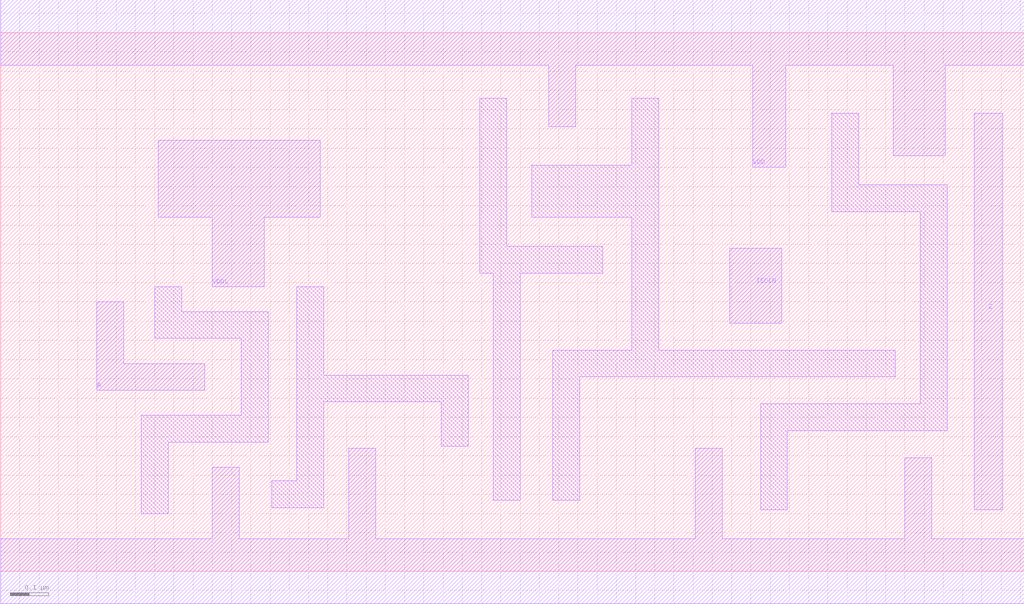
<source format=lef>
# 
# ******************************************************************************
# *                                                                            *
# *                   Copyright (C) 2004-2011, Nangate Inc.                    *
# *                           All rights reserved.                             *
# *                                                                            *
# * Nangate and the Nangate logo are trademarks of Nangate Inc.                *
# *                                                                            *
# * All trademarks, logos, software marks, and trade names (collectively the   *
# * "Marks") in this program are proprietary to Nangate or other respective    *
# * owners that have granted Nangate the right and license to use such Marks.  *
# * You are not permitted to use the Marks without the prior written consent   *
# * of Nangate or such third party that may own the Marks.                     *
# *                                                                            *
# * This file has been provided pursuant to a License Agreement containing     *
# * restrictions on its use. This file contains valuable trade secrets and     *
# * proprietary information of Nangate Inc., and is protected by U.S. and      *
# * international laws and/or treaties.                                        *
# *                                                                            *
# * The copyright notice(s) in this file does not indicate actual or intended  *
# * publication of this file.                                                  *
# *                                                                            *
# *     NGLibraryCreator, v2010.08-HR32-SP3-2010-08-05 - build 1009061800      *
# *                                                                            *
# ******************************************************************************
# 
# 
# Running on server08.nangate.com for user Giancarlo Franciscatto (gfr).
# Local time is now Thu, 6 Jan 2011, 18:10:28.
# Main process id is 3320.

VERSION 5.6 ;
BUSBITCHARS "[]" ;
DIVIDERCHAR "/" ;

MACRO AON_BUF_X1
  CLASS core ;
  FOREIGN AON_BUF_X1 0.0 0.0 ;
  ORIGIN 0 0 ;
  SYMMETRY X Y ;
  SITE FreePDK45_38x28_10R_NP_162NW_34O ;
  SIZE 1.33 BY 1.4 ;
  PIN A
    DIRECTION INPUT ;
    ANTENNAPARTIALMETALAREA 0.0378 LAYER metal1 ;
    ANTENNAPARTIALMETALSIDEAREA 0.1586 LAYER metal1 ;
    ANTENNAGATEAREA 0.011 ;
    PORT
      LAYER metal1 ;
        POLYGON 0.25 0.28 0.32 0.28 0.32 0.455 0.615 0.455 0.615 0.525 0.25 0.525  ;
    END
  END A
  PIN Z
    DIRECTION OUTPUT ;
    ANTENNAPARTIALMETALAREA 0.04445 LAYER metal1 ;
    ANTENNAPARTIALMETALSIDEAREA 0.1833 LAYER metal1 ;
    ANTENNADIFFAREA 0.0242 ;
    PORT
      LAYER metal1 ;
        POLYGON 0.82 0.155 0.89 0.155 0.89 0.79 0.82 0.79  ;
    END
  END Z
  PIN VDD
    DIRECTION INOUT ;
    USE power ;
    SHAPE ABUTMENT ;
    PORT
      LAYER metal1 ;
        POLYGON 0 1.315 0.755 1.315 1.33 1.315 1.33 1.485 0.755 1.485 0 1.485  ;
    END
  END VDD
  PIN VDDBAK
    DIRECTION INOUT ;
    USE power ;
    SHAPE ABUTMENT ;
    PORT
      LAYER metal1 ;
        POLYGON 0.385 0.92 0.595 0.92 0.595 0.735 0.73 0.735 0.73 0.92 0.755 0.92 0.94 0.92 0.94 1.12 0.755 1.12 0.385 1.12  ;
    END
  END VDDBAK
  PIN VSS
    DIRECTION INOUT ;
    USE ground ;
    SHAPE ABUTMENT ;
    PORT
      LAYER metal1 ;
        POLYGON 0 -0.085 1.33 -0.085 1.33 0.085 0.73 0.085 0.73 0.25 0.595 0.25 0.595 0.085 0 0.085  ;
    END
  END VSS
  OBS
      LAYER metal1 ;
        POLYGON 0.44 0.595 0.685 0.595 0.685 0.385 0.44 0.385 0.44 0.155 0.51 0.155 0.51 0.315 0.755 0.315 0.755 0.665 0.51 0.665 0.51 0.79 0.44 0.79  ;
  END
END AON_BUF_X1

MACRO AON_BUF_X2
  CLASS core ;
  FOREIGN AON_BUF_X2 0.0 0.0 ;
  ORIGIN 0 0 ;
  SYMMETRY X Y ;
  SITE FreePDK45_38x28_10R_NP_162NW_34O ;
  SIZE 1.33 BY 1.4 ;
  PIN A
    DIRECTION INPUT ;
    ANTENNAPARTIALMETALAREA 0.0133 LAYER metal1 ;
    ANTENNAPARTIALMETALSIDEAREA 0.0611 LAYER metal1 ;
    ANTENNAGATEAREA 0.011 ;
    PORT
      LAYER metal1 ;
        POLYGON 0.25 0.42 0.345 0.42 0.345 0.56 0.25 0.56  ;
    END
  END A
  PIN Z
    DIRECTION OUTPUT ;
    ANTENNAPARTIALMETALAREA 0.0427 LAYER metal1 ;
    ANTENNAPARTIALMETALSIDEAREA 0.1768 LAYER metal1 ;
    ANTENNADIFFAREA 0.04725 ;
    PORT
      LAYER metal1 ;
        POLYGON 0.82 0.215 0.89 0.215 0.89 0.825 0.82 0.825  ;
    END
  END Z
  PIN VDD
    DIRECTION INOUT ;
    USE power ;
    SHAPE ABUTMENT ;
    PORT
      LAYER metal1 ;
        POLYGON 0 1.315 0.755 1.315 1.33 1.315 1.33 1.485 0.755 1.485 0 1.485  ;
    END
  END VDD
  PIN VDDBAK
    DIRECTION INOUT ;
    USE power ;
    SHAPE ABUTMENT ;
    PORT
      LAYER metal1 ;
        POLYGON 0.375 0.92 0.625 0.92 0.625 0.69 0.695 0.69 0.695 0.92 0.755 0.92 0.925 0.92 0.925 1.12 0.755 1.12 0.375 1.12  ;
    END
  END VDDBAK
  PIN VSS
    DIRECTION INOUT ;
    USE ground ;
    SHAPE ABUTMENT ;
    PORT
      LAYER metal1 ;
        POLYGON 0 -0.085 1.33 -0.085 1.33 0.085 0.72 0.085 0.72 0.24 0.585 0.24 0.585 0.085 0 0.085  ;
    END
  END VSS
  OBS
      LAYER metal1 ;
        POLYGON 0.41 0.155 0.48 0.155 0.48 0.46 0.755 0.46 0.755 0.595 0.48 0.595 0.48 0.79 0.41 0.79  ;
  END
END AON_BUF_X2

MACRO AON_BUF_X4
  CLASS core ;
  FOREIGN AON_BUF_X4 0.0 0.0 ;
  ORIGIN 0 0 ;
  SYMMETRY X Y ;
  SITE FreePDK45_38x28_10R_NP_162NW_34O ;
  SIZE 1.52 BY 1.4 ;
  PIN A
    DIRECTION INPUT ;
    ANTENNAPARTIALMETALAREA 0.0343 LAYER metal1 ;
    ANTENNAPARTIALMETALSIDEAREA 0.1417 LAYER metal1 ;
    ANTENNAGATEAREA 0.011 ;
    PORT
      LAYER metal1 ;
        POLYGON 0.25 0.42 0.335 0.42 0.335 0.49 0.655 0.49 0.655 0.56 0.25 0.56  ;
    END
  END A
  PIN Z
    DIRECTION OUTPUT ;
    ANTENNAPARTIALMETALAREA 0.06125 LAYER metal1 ;
    ANTENNAPARTIALMETALSIDEAREA 0.208 LAYER metal1 ;
    ANTENNADIFFAREA 0.063 ;
    PORT
      LAYER metal1 ;
        POLYGON 0.865 0.215 0.935 0.215 0.935 0.42 1.08 0.42 1.08 0.56 0.935 0.56 0.935 0.8 0.865 0.8  ;
    END
  END Z
  PIN VDD
    DIRECTION INOUT ;
    USE power ;
    SHAPE ABUTMENT ;
    PORT
      LAYER metal1 ;
        POLYGON 0 1.315 0.8 1.315 1.52 1.315 1.52 1.485 0.8 1.485 0 1.485  ;
    END
  END VDD
  PIN VDDBAK
    DIRECTION INOUT ;
    USE power ;
    SHAPE ABUTMENT ;
    PORT
      LAYER metal1 ;
        POLYGON 0.37 0.92 0.675 0.92 0.675 0.81 0.745 0.81 0.745 0.92 0.8 0.92 1.055 0.92 1.055 0.665 1.125 0.665 1.125 1.12 0.8 1.12 0.37 1.12  ;
    END
  END VDDBAK
  PIN VSS
    DIRECTION INOUT ;
    USE ground ;
    SHAPE ABUTMENT ;
    PORT
      LAYER metal1 ;
        POLYGON 0 -0.085 1.52 -0.085 1.52 0.085 1.125 0.085 1.125 0.28 1.055 0.28 1.055 0.085 0.78 0.085 0.78 0.24 0.645 0.24 0.645 0.085 0 0.085  ;
    END
  END VSS
  OBS
      LAYER metal1 ;
        POLYGON 0.44 0.665 0.73 0.665 0.73 0.375 0.47 0.375 0.47 0.155 0.54 0.155 0.54 0.305 0.8 0.305 0.8 0.735 0.44 0.735  ;
  END
END AON_BUF_X4

MACRO AON_INV_X1
  CLASS core ;
  FOREIGN AON_INV_X1 0.0 0.0 ;
  ORIGIN 0 0 ;
  SYMMETRY X Y ;
  SITE FreePDK45_38x28_10R_NP_162NW_34O ;
  SIZE 1.14 BY 1.4 ;
  PIN A
    DIRECTION INPUT ;
    ANTENNAPARTIALMETALAREA 0.0168 LAYER metal1 ;
    ANTENNAPARTIALMETALSIDEAREA 0.0676 LAYER metal1 ;
    ANTENNAGATEAREA 0.011 ;
    PORT
      LAYER metal1 ;
        POLYGON 0.44 0.42 0.56 0.42 0.56 0.56 0.44 0.56  ;
    END
  END A
  PIN Z
    DIRECTION OUTPUT ;
    ANTENNAPARTIALMETALAREA 0.04375 LAYER metal1 ;
    ANTENNAPARTIALMETALSIDEAREA 0.1807 LAYER metal1 ;
    ANTENNADIFFAREA 0.0231 ;
    PORT
      LAYER metal1 ;
        POLYGON 0.63 0.17 0.7 0.17 0.7 0.795 0.63 0.795  ;
    END
  END Z
  PIN VDD
    DIRECTION INOUT ;
    USE power ;
    SHAPE ABUTMENT ;
    PORT
      LAYER metal1 ;
        POLYGON 0 1.315 1.14 1.315 1.14 1.485 0 1.485  ;
    END
  END VDD
  PIN VDDBAK
    DIRECTION INOUT ;
    USE power ;
    SHAPE ABUTMENT ;
    PORT
      LAYER metal1 ;
        POLYGON 0.4 0.92 0.44 0.92 0.44 0.69 0.51 0.69 0.51 0.92 0.74 0.92 0.74 1.12 0.4 1.12  ;
    END
  END VDDBAK
  PIN VSS
    DIRECTION INOUT ;
    USE ground ;
    SHAPE ABUTMENT ;
    PORT
      LAYER metal1 ;
        POLYGON 0 -0.085 1.14 -0.085 1.14 0.085 0.51 0.085 0.51 0.3 0.44 0.3 0.44 0.085 0 0.085  ;
    END
  END VSS
END AON_INV_X1

MACRO AON_INV_X2
  CLASS core ;
  FOREIGN AON_INV_X2 0.0 0.0 ;
  ORIGIN 0 0 ;
  SYMMETRY X Y ;
  SITE FreePDK45_38x28_10R_NP_162NW_34O ;
  SIZE 1.14 BY 1.4 ;
  PIN A
    DIRECTION INPUT ;
    ANTENNAPARTIALMETALAREA 0.01875 LAYER metal1 ;
    ANTENNAPARTIALMETALSIDEAREA 0.0715 LAYER metal1 ;
    ANTENNAGATEAREA 0.0225 ;
    PORT
      LAYER metal1 ;
        POLYGON 0.44 0.28 0.565 0.28 0.565 0.43 0.44 0.43  ;
    END
  END A
  PIN Z
    DIRECTION OUTPUT ;
    ANTENNAPARTIALMETALAREA 0.0434 LAYER metal1 ;
    ANTENNAPARTIALMETALSIDEAREA 0.1794 LAYER metal1 ;
    ANTENNADIFFAREA 0.04725 ;
    PORT
      LAYER metal1 ;
        POLYGON 0.63 0.165 0.7 0.165 0.7 0.785 0.63 0.785  ;
    END
  END Z
  PIN VDD
    DIRECTION INOUT ;
    USE power ;
    SHAPE ABUTMENT ;
    PORT
      LAYER metal1 ;
        POLYGON 0 1.315 1.14 1.315 1.14 1.485 0 1.485  ;
    END
  END VDD
  PIN VDDBAK
    DIRECTION INOUT ;
    USE power ;
    SHAPE ABUTMENT ;
    PORT
      LAYER metal1 ;
        POLYGON 0.395 0.92 0.445 0.92 0.445 0.55 0.515 0.55 0.515 0.92 0.745 0.92 0.745 1.12 0.395 1.12  ;
    END
  END VDDBAK
  PIN VSS
    DIRECTION INOUT ;
    USE ground ;
    SHAPE ABUTMENT ;
    PORT
      LAYER metal1 ;
        POLYGON 0 -0.085 1.14 -0.085 1.14 0.085 0.545 0.085 0.545 0.175 0.41 0.175 0.41 0.085 0 0.085  ;
    END
  END VSS
END AON_INV_X2

MACRO AON_INV_X4
  CLASS core ;
  FOREIGN AON_INV_X4 0.0 0.0 ;
  ORIGIN 0 0 ;
  SYMMETRY X Y ;
  SITE FreePDK45_38x28_10R_NP_162NW_34O ;
  SIZE 1.33 BY 1.4 ;
  PIN A
    DIRECTION INPUT ;
    ANTENNAPARTIALMETALAREA 0.019375 LAYER metal1 ;
    ANTENNAPARTIALMETALSIDEAREA 0.0728 LAYER metal1 ;
    ANTENNAGATEAREA 0.045 ;
    PORT
      LAYER metal1 ;
        POLYGON 0.44 0.28 0.565 0.28 0.565 0.435 0.44 0.435  ;
    END
  END A
  PIN Z
    DIRECTION OUTPUT ;
    ANTENNAPARTIALMETALAREA 0.04375 LAYER metal1 ;
    ANTENNAPARTIALMETALSIDEAREA 0.1807 LAYER metal1 ;
    ANTENNADIFFAREA 0.06525 ;
    PORT
      LAYER metal1 ;
        POLYGON 0.63 0.165 0.7 0.165 0.7 0.79 0.63 0.79  ;
    END
  END Z
  PIN VDD
    DIRECTION INOUT ;
    USE power ;
    SHAPE ABUTMENT ;
    PORT
      LAYER metal1 ;
        POLYGON 0 1.315 1.33 1.315 1.33 1.485 0 1.485  ;
    END
  END VDD
  PIN VDDBAK
    DIRECTION INOUT ;
    USE power ;
    SHAPE ABUTMENT ;
    PORT
      LAYER metal1 ;
        POLYGON 0.38 0.92 0.435 0.92 0.435 0.565 0.505 0.565 0.505 0.92 0.82 0.92 0.82 0.565 0.89 0.565 0.89 0.92 0.95 0.92 0.95 1.12 0.38 1.12  ;
    END
  END VDDBAK
  PIN VSS
    DIRECTION INOUT ;
    USE ground ;
    SHAPE ABUTMENT ;
    PORT
      LAYER metal1 ;
        POLYGON 0 -0.085 1.33 -0.085 1.33 0.085 0.89 0.085 0.89 0.21 0.82 0.21 0.82 0.085 0.505 0.085 0.505 0.21 0.435 0.21 0.435 0.085 0 0.085  ;
    END
  END VSS
END AON_INV_X4

MACRO HEADER_OE_X1
  CLASS core ;
  FOREIGN HEADER_OE_X1 0.0 0.0 ;
  ORIGIN 0 0 ;
  SYMMETRY X Y ;
  SITE FreePDK45_38x28_10R_NP_162NW_34O ;
  SIZE 0.95 BY 1.4 ;
  PIN SLEEP
    DIRECTION INPUT ;
    ANTENNAPARTIALMETALAREA 0.0595 LAYER metal1 ;
    ANTENNAPARTIALMETALSIDEAREA 0.1469 LAYER metal1 ;
    ANTENNAGATEAREA 0.018 ;
    PORT
      LAYER metal1 ;
        POLYGON 0.15 0.56 0.575 0.56 0.575 0.7 0.15 0.7  ;
    END
  END SLEEP
  PIN SLEEPOUT
    DIRECTION OUTPUT ;
    ANTENNAPARTIALMETALAREA 0.0595 LAYER metal1 ;
    ANTENNAPARTIALMETALSIDEAREA 0.2392 LAYER metal1 ;
    ANTENNADIFFAREA 0.027 ;
    PORT
      LAYER metal1 ;
        POLYGON 0.82 0.18 0.89 0.18 0.89 1.03 0.82 1.03  ;
    END
  END SLEEPOUT
  PIN VDD
    DIRECTION INOUT ;
    USE power ;
    SHAPE ABUTMENT ;
    PORT
      LAYER metal1 ;
        POLYGON 0 1.315 0.045 1.315 0.045 1.115 0.115 1.115 0.115 1.315 0.58 1.315 0.58 0.99 0.715 0.99 0.715 1.315 0.75 1.315 0.95 1.315 0.95 1.485 0.75 1.485 0 1.485  ;
    END
  END VDD
  PIN VSS
    DIRECTION INOUT ;
    USE ground ;
    SHAPE ABUTMENT ;
    PORT
      LAYER metal1 ;
        POLYGON 0 -0.085 0.95 -0.085 0.95 0.085 0.715 0.085 0.715 0.265 0.58 0.265 0.58 0.085 0 0.085  ;
    END
  END VSS
  PIN VVDD
    DIRECTION INOUT ;
    USE power ;
    SHAPE ABUTMENT ;
    PORT
      LAYER metal1 ;
        POLYGON 0.23 0.84 0.32 0.84 0.32 1.19 0.23 1.19  ;
    END
  END VVDD
  OBS
      LAYER metal1 ;
        POLYGON 0.425 0.835 0.68 0.835 0.68 0.45 0.425 0.45 0.425 0.18 0.495 0.18 0.495 0.38 0.75 0.38 0.75 0.905 0.495 0.905 0.495 1.03 0.425 1.03  ;
  END
END HEADER_OE_X1

MACRO HEADER_OE_X2
  CLASS core ;
  FOREIGN HEADER_OE_X2 0.0 0.0 ;
  ORIGIN 0 0 ;
  SYMMETRY X Y ;
  SITE FreePDK45_38x28_10R_NP_162NW_34O ;
  SIZE 0.95 BY 1.4 ;
  PIN SLEEP
    DIRECTION INPUT ;
    ANTENNAPARTIALMETALAREA 0.0567 LAYER metal1 ;
    ANTENNAPARTIALMETALSIDEAREA 0.1417 LAYER metal1 ;
    ANTENNAGATEAREA 0.02475 ;
    PORT
      LAYER metal1 ;
        POLYGON 0.15 0.56 0.555 0.56 0.555 0.7 0.15 0.7  ;
    END
  END SLEEP
  PIN SLEEPOUT
    DIRECTION OUTPUT ;
    ANTENNAPARTIALMETALAREA 0.096425 LAYER metal1 ;
    ANTENNAPARTIALMETALSIDEAREA 0.2886 LAYER metal1 ;
    ANTENNADIFFAREA 0.05175 ;
    PORT
      LAYER metal1 ;
        POLYGON 0.795 0.165 0.89 0.165 0.89 1.18 0.795 1.18  ;
    END
  END SLEEPOUT
  PIN VDD
    DIRECTION INOUT ;
    USE power ;
    SHAPE ABUTMENT ;
    PORT
      LAYER metal1 ;
        POLYGON 0 1.315 0.04 1.315 0.04 0.96 0.11 0.96 0.11 1.315 0.595 1.315 0.595 1.1 0.665 1.1 0.665 1.315 0.725 1.315 0.95 1.315 0.95 1.485 0.725 1.485 0 1.485  ;
    END
  END VDD
  PIN VSS
    DIRECTION INOUT ;
    USE ground ;
    SHAPE ABUTMENT ;
    PORT
      LAYER metal1 ;
        POLYGON 0 -0.085 0.95 -0.085 0.95 0.085 0.665 0.085 0.665 0.285 0.595 0.285 0.595 0.085 0 0.085  ;
    END
  END VSS
  PIN VVDD
    DIRECTION INOUT ;
    USE power ;
    SHAPE ABUTMENT ;
    PORT
      LAYER metal1 ;
        POLYGON 0.23 0.84 0.32 0.84 0.32 1.18 0.23 1.18  ;
    END
  END VVDD
  OBS
      LAYER metal1 ;
        POLYGON 0.41 0.84 0.655 0.84 0.655 0.425 0.41 0.425 0.41 0.165 0.48 0.165 0.48 0.355 0.725 0.355 0.725 0.91 0.48 0.91 0.48 1.175 0.41 1.175  ;
  END
END HEADER_OE_X2

MACRO HEADER_OE_X4
  CLASS core ;
  FOREIGN HEADER_OE_X4 0.0 0.0 ;
  ORIGIN 0 0 ;
  SYMMETRY X Y ;
  SITE FreePDK45_38x28_10R_NP_162NW_34O ;
  SIZE 0.95 BY 1.4 ;
  PIN SLEEP
    DIRECTION INPUT ;
    ANTENNAPARTIALMETALAREA 0.0466 LAYER metal1 ;
    ANTENNAPARTIALMETALSIDEAREA 0.1742 LAYER metal1 ;
    ANTENNAGATEAREA 0.03825 ;
    PORT
      LAYER metal1 ;
        POLYGON 0.06 0.42 0.13 0.42 0.13 0.48 0.59 0.48 0.59 0.56 0.06 0.56  ;
    END
  END SLEEP
  PIN SLEEPOUT
    DIRECTION OUTPUT ;
    ANTENNAPARTIALMETALAREA 0.06885 LAYER metal1 ;
    ANTENNAPARTIALMETALSIDEAREA 0.2223 LAYER metal1 ;
    ANTENNADIFFAREA 0.1035 ;
    PORT
      LAYER metal1 ;
        POLYGON 0.8 0.25 0.89 0.25 0.89 1.015 0.8 1.015  ;
    END
  END SLEEPOUT
  PIN VDD
    DIRECTION INOUT ;
    USE power ;
    SHAPE ABUTMENT ;
    PORT
      LAYER metal1 ;
        POLYGON 0 1.315 0.045 1.315 0.045 0.985 0.115 0.985 0.115 1.315 0.57 1.315 0.57 0.8 0.705 0.8 0.705 1.315 0.73 1.315 0.95 1.315 0.95 1.485 0.73 1.485 0 1.485  ;
    END
  END VDD
  PIN VSS
    DIRECTION INOUT ;
    USE ground ;
    SHAPE ABUTMENT ;
    PORT
      LAYER metal1 ;
        POLYGON 0 -0.085 0.95 -0.085 0.95 0.085 0.67 0.085 0.67 0.24 0.6 0.24 0.6 0.085 0 0.085  ;
    END
  END VSS
  PIN VVDD
    DIRECTION INOUT ;
    USE power ;
    SHAPE ABUTMENT ;
    PORT
      LAYER metal1 ;
        POLYGON 0.23 0.7 0.32 0.7 0.32 1.03 0.23 1.03  ;
    END
  END VVDD
  OBS
      LAYER metal1 ;
        POLYGON 0.405 0.66 0.66 0.66 0.66 0.395 0.38 0.395 0.38 0.155 0.515 0.155 0.515 0.325 0.73 0.325 0.73 0.73 0.475 0.73 0.475 0.85 0.405 0.85  ;
  END
END HEADER_OE_X4

MACRO HEADER_X1
  CLASS core ;
  FOREIGN HEADER_X1 0.0 0.0 ;
  ORIGIN 0 0 ;
  SYMMETRY X Y ;
  SITE FreePDK45_38x28_10R_NP_162NW_34O ;
  SIZE 0.38 BY 1.4 ;
  PIN SLEEP
    DIRECTION INPUT ;
    ANTENNAPARTIALMETALAREA 0.025625 LAYER metal1 ;
    ANTENNAPARTIALMETALSIDEAREA 0.0858 LAYER metal1 ;
    ANTENNAGATEAREA 0.00675 ;
    PORT
      LAYER metal1 ;
        POLYGON 0.06 0.56 0.185 0.56 0.185 0.765 0.06 0.765  ;
    END
  END SLEEP
  PIN VDD
    DIRECTION INOUT ;
    USE power ;
    SHAPE ABUTMENT ;
    PORT
      LAYER metal1 ;
        POLYGON 0 1.315 0.04 1.315 0.04 1.005 0.11 1.005 0.11 1.315 0.38 1.315 0.38 1.485 0 1.485  ;
    END
  END VDD
  PIN VSS
    DIRECTION INOUT ;
    USE ground ;
    SHAPE ABUTMENT ;
    PORT
      LAYER metal1 ;
        POLYGON 0 -0.085 0.38 -0.085 0.38 0.085 0 0.085  ;
    END
  END VSS
  PIN VVDD
    DIRECTION INOUT ;
    USE power ;
    SHAPE ABUTMENT ;
    PORT
      LAYER metal1 ;
        POLYGON 0.23 0.84 0.32 0.84 0.32 1.12 0.23 1.12  ;
    END
  END VVDD
END HEADER_X1

MACRO HEADER_X2
  CLASS core ;
  FOREIGN HEADER_X2 0.0 0.0 ;
  ORIGIN 0 0 ;
  SYMMETRY X Y ;
  SITE FreePDK45_38x28_10R_NP_162NW_34O ;
  SIZE 0.38 BY 1.4 ;
  PIN SLEEP
    DIRECTION INPUT ;
    ANTENNAPARTIALMETALAREA 0.025625 LAYER metal1 ;
    ANTENNAPARTIALMETALSIDEAREA 0.0858 LAYER metal1 ;
    ANTENNAGATEAREA 0.0135 ;
    PORT
      LAYER metal1 ;
        POLYGON 0.06 0.56 0.185 0.56 0.185 0.765 0.06 0.765  ;
    END
  END SLEEP
  PIN VDD
    DIRECTION INOUT ;
    USE power ;
    SHAPE ABUTMENT ;
    PORT
      LAYER metal1 ;
        POLYGON 0 1.315 0.04 1.315 0.04 0.96 0.11 0.96 0.11 1.315 0.38 1.315 0.38 1.485 0 1.485  ;
    END
  END VDD
  PIN VSS
    DIRECTION INOUT ;
    USE ground ;
    SHAPE ABUTMENT ;
    PORT
      LAYER metal1 ;
        POLYGON 0 -0.085 0.38 -0.085 0.38 0.085 0 0.085  ;
    END
  END VSS
  PIN VVDD
    DIRECTION INOUT ;
    USE power ;
    SHAPE ABUTMENT ;
    PORT
      LAYER metal1 ;
        POLYGON 0.23 0.84 0.32 0.84 0.32 1.18 0.23 1.18  ;
    END
  END VVDD
END HEADER_X2

MACRO HEADER_X4
  CLASS core ;
  FOREIGN HEADER_X4 0.0 0.0 ;
  ORIGIN 0 0 ;
  SYMMETRY X Y ;
  SITE FreePDK45_38x28_10R_NP_162NW_34O ;
  SIZE 0.38 BY 1.4 ;
  PIN SLEEP
    DIRECTION INPUT ;
    ANTENNAPARTIALMETALAREA 0.025625 LAYER metal1 ;
    ANTENNAPARTIALMETALSIDEAREA 0.0858 LAYER metal1 ;
    ANTENNAGATEAREA 0.027 ;
    PORT
      LAYER metal1 ;
        POLYGON 0.06 0.28 0.185 0.28 0.185 0.485 0.06 0.485  ;
    END
  END SLEEP
  PIN VDD
    DIRECTION INOUT ;
    USE power ;
    SHAPE ABUTMENT ;
    PORT
      LAYER metal1 ;
        POLYGON 0 1.315 0.04 1.315 0.04 0.985 0.11 0.985 0.11 1.315 0.38 1.315 0.38 1.485 0 1.485  ;
    END
  END VDD
  PIN VSS
    DIRECTION INOUT ;
    USE ground ;
    SHAPE ABUTMENT ;
    PORT
      LAYER metal1 ;
        POLYGON 0 -0.085 0.38 -0.085 0.38 0.085 0 0.085  ;
    END
  END VSS
  PIN VVDD
    DIRECTION INOUT ;
    USE power ;
    SHAPE ABUTMENT ;
    PORT
      LAYER metal1 ;
        POLYGON 0.23 0.56 0.32 0.56 0.32 1.12 0.23 1.12  ;
    END
  END VVDD
END HEADER_X4

MACRO ISO_FENCE0N_X1
  CLASS core ;
  FOREIGN ISO_FENCE0N_X1 0.0 0.0 ;
  ORIGIN 0 0 ;
  SYMMETRY X Y ;
  SITE FreePDK45_38x28_10R_NP_162NW_34O ;
  SIZE 0.76 BY 1.4 ;
  PIN A
    DIRECTION INPUT ;
    ANTENNAPARTIALMETALAREA 0.02 LAYER metal1 ;
    ANTENNAPARTIALMETALSIDEAREA 0.0741 LAYER metal1 ;
    ANTENNAGATEAREA 0.01925 ;
    PORT
      LAYER metal1 ;
        POLYGON 0.06 0.56 0.185 0.56 0.185 0.72 0.06 0.72  ;
    END
  END A
  PIN EN
    DIRECTION INPUT ;
    ANTENNAPARTIALMETALAREA 0.0182 LAYER metal1 ;
    ANTENNAPARTIALMETALSIDEAREA 0.0702 LAYER metal1 ;
    ANTENNAGATEAREA 0.01925 ;
    PORT
      LAYER metal1 ;
        POLYGON 0.25 0.42 0.38 0.42 0.38 0.56 0.25 0.56  ;
    END
  END EN
  PIN Z
    DIRECTION OUTPUT ;
    ANTENNAPARTIALMETALAREA 0.0891 LAYER metal1 ;
    ANTENNAPARTIALMETALSIDEAREA 0.2808 LAYER metal1 ;
    ANTENNADIFFAREA 0.0378 ;
    PORT
      LAYER metal1 ;
        POLYGON 0.61 0.165 0.7 0.165 0.7 1.155 0.61 1.155  ;
    END
  END Z
  PIN VDD
    DIRECTION INOUT ;
    USE power ;
    SHAPE ABUTMENT ;
    PORT
      LAYER metal1 ;
        POLYGON 0 1.315 0.04 1.315 0.04 1.06 0.11 1.06 0.11 1.315 0.415 1.315 0.415 1.06 0.485 1.06 0.485 1.315 0.54 1.315 0.76 1.315 0.76 1.485 0.54 1.485 0 1.485  ;
    END
  END VDD
  PIN VSS
    DIRECTION INOUT ;
    USE ground ;
    SHAPE ABUTMENT ;
    PORT
      LAYER metal1 ;
        POLYGON 0 -0.085 0.76 -0.085 0.76 0.085 0.485 0.085 0.485 0.22 0.415 0.22 0.415 0.085 0 0.085  ;
    END
  END VSS
  OBS
      LAYER metal1 ;
        POLYGON 0.235 0.845 0.47 0.845 0.47 0.355 0.045 0.355 0.045 0.19 0.115 0.19 0.115 0.285 0.54 0.285 0.54 0.915 0.305 0.915 0.305 1.065 0.235 1.065  ;
  END
END ISO_FENCE0N_X1

MACRO ISO_FENCE0N_X2
  CLASS core ;
  FOREIGN ISO_FENCE0N_X2 0.0 0.0 ;
  ORIGIN 0 0 ;
  SYMMETRY X Y ;
  SITE FreePDK45_38x28_10R_NP_162NW_34O ;
  SIZE 0.76 BY 1.4 ;
  PIN A
    DIRECTION INPUT ;
    ANTENNAPARTIALMETALAREA 0.0175 LAYER metal1 ;
    ANTENNAPARTIALMETALSIDEAREA 0.0689 LAYER metal1 ;
    ANTENNAGATEAREA 0.01925 ;
    PORT
      LAYER metal1 ;
        POLYGON 0.06 0.42 0.185 0.42 0.185 0.56 0.06 0.56  ;
    END
  END A
  PIN EN
    DIRECTION INPUT ;
    ANTENNAPARTIALMETALAREA 0.0182 LAYER metal1 ;
    ANTENNAPARTIALMETALSIDEAREA 0.0702 LAYER metal1 ;
    ANTENNAGATEAREA 0.01925 ;
    PORT
      LAYER metal1 ;
        POLYGON 0.25 0.42 0.38 0.42 0.38 0.56 0.25 0.56  ;
    END
  END EN
  PIN Z
    DIRECTION OUTPUT ;
    ANTENNAPARTIALMETALAREA 0.07065 LAYER metal1 ;
    ANTENNAPARTIALMETALSIDEAREA 0.2275 LAYER metal1 ;
    ANTENNADIFFAREA 0.0756 ;
    PORT
      LAYER metal1 ;
        POLYGON 0.61 0.175 0.7 0.175 0.7 0.96 0.61 0.96  ;
    END
  END Z
  PIN VDD
    DIRECTION INOUT ;
    USE power ;
    SHAPE ABUTMENT ;
    PORT
      LAYER metal1 ;
        POLYGON 0 1.315 0.04 1.315 0.04 0.99 0.11 0.99 0.11 1.315 0.415 1.315 0.415 0.99 0.485 0.99 0.485 1.315 0.54 1.315 0.76 1.315 0.76 1.485 0.54 1.485 0 1.485  ;
    END
  END VDD
  PIN VSS
    DIRECTION INOUT ;
    USE ground ;
    SHAPE ABUTMENT ;
    PORT
      LAYER metal1 ;
        POLYGON 0 -0.085 0.76 -0.085 0.76 0.085 0.485 0.085 0.485 0.22 0.415 0.22 0.415 0.085 0 0.085  ;
    END
  END VSS
  OBS
      LAYER metal1 ;
        POLYGON 0.235 0.725 0.47 0.725 0.47 0.355 0.045 0.355 0.045 0.19 0.115 0.19 0.115 0.285 0.54 0.285 0.54 0.795 0.305 0.795 0.305 0.995 0.235 0.995  ;
  END
END ISO_FENCE0N_X2

MACRO ISO_FENCE0N_X4
  CLASS core ;
  FOREIGN ISO_FENCE0N_X4 0.0 0.0 ;
  ORIGIN 0 0 ;
  SYMMETRY X Y ;
  SITE FreePDK45_38x28_10R_NP_162NW_34O ;
  SIZE 0.95 BY 1.4 ;
  PIN A
    DIRECTION INPUT ;
    ANTENNAPARTIALMETALAREA 0.0175 LAYER metal1 ;
    ANTENNAPARTIALMETALSIDEAREA 0.0689 LAYER metal1 ;
    ANTENNAGATEAREA 0.0365 ;
    PORT
      LAYER metal1 ;
        POLYGON 0.06 0.56 0.185 0.56 0.185 0.7 0.06 0.7  ;
    END
  END A
  PIN EN
    DIRECTION INPUT ;
    ANTENNAPARTIALMETALAREA 0.0217 LAYER metal1 ;
    ANTENNAPARTIALMETALSIDEAREA 0.0767 LAYER metal1 ;
    ANTENNAGATEAREA 0.0365 ;
    PORT
      LAYER metal1 ;
        POLYGON 0.25 0.56 0.405 0.56 0.405 0.7 0.25 0.7  ;
    END
  END EN
  PIN Z
    DIRECTION OUTPUT ;
    ANTENNAPARTIALMETALAREA 0.0658 LAYER metal1 ;
    ANTENNAPARTIALMETALSIDEAREA 0.2626 LAYER metal1 ;
    ANTENNADIFFAREA 0.1008 ;
    PORT
      LAYER metal1 ;
        POLYGON 0.63 0.15 0.7 0.15 0.7 1.09 0.63 1.09  ;
    END
  END Z
  PIN VDD
    DIRECTION INOUT ;
    USE power ;
    SHAPE ABUTMENT ;
    PORT
      LAYER metal1 ;
        POLYGON 0 1.315 0.065 1.315 0.065 0.96 0.135 0.96 0.135 1.315 0.44 1.315 0.44 0.96 0.51 0.96 0.51 1.315 0.56 1.315 0.82 1.315 0.82 0.985 0.89 0.985 0.89 1.315 0.95 1.315 0.95 1.485 0.56 1.485 0 1.485  ;
    END
  END VDD
  PIN VSS
    DIRECTION INOUT ;
    USE ground ;
    SHAPE ABUTMENT ;
    PORT
      LAYER metal1 ;
        POLYGON 0 -0.085 0.95 -0.085 0.95 0.085 0.89 0.085 0.89 0.34 0.82 0.34 0.82 0.085 0.51 0.085 0.51 0.2 0.44 0.2 0.44 0.085 0 0.085  ;
    END
  END VSS
  OBS
      LAYER metal1 ;
        POLYGON 0.26 0.825 0.49 0.825 0.49 0.355 0.035 0.355 0.035 0.285 0.56 0.285 0.56 0.895 0.33 0.895 0.33 1.1 0.26 1.1  ;
  END
END ISO_FENCE0N_X4

MACRO ISO_FENCE0_X1
  CLASS core ;
  FOREIGN ISO_FENCE0_X1 0.0 0.0 ;
  ORIGIN 0 0 ;
  SYMMETRY X Y ;
  SITE FreePDK45_38x28_10R_NP_162NW_34O ;
  SIZE 0.57 BY 1.4 ;
  PIN A
    DIRECTION INPUT ;
    ANTENNAPARTIALMETALAREA 0.014 LAYER metal1 ;
    ANTENNAPARTIALMETALSIDEAREA 0.0624 LAYER metal1 ;
    ANTENNAGATEAREA 0.02025 ;
    PORT
      LAYER metal1 ;
        POLYGON 0.25 0.7 0.35 0.7 0.35 0.84 0.25 0.84  ;
    END
  END A
  PIN EN
    DIRECTION INPUT ;
    ANTENNAPARTIALMETALAREA 0.0175 LAYER metal1 ;
    ANTENNAPARTIALMETALSIDEAREA 0.0689 LAYER metal1 ;
    ANTENNAGATEAREA 0.02025 ;
    PORT
      LAYER metal1 ;
        POLYGON 0.06 0.7 0.185 0.7 0.185 0.84 0.06 0.84  ;
    END
  END EN
  PIN Z
    DIRECTION OUTPUT ;
    ANTENNAPARTIALMETALAREA 0.086725 LAYER metal1 ;
    ANTENNAPARTIALMETALSIDEAREA 0.3133 LAYER metal1 ;
    ANTENNADIFFAREA 0.04795 ;
    PORT
      LAYER metal1 ;
        POLYGON 0.235 0.2 0.32 0.2 0.32 0.49 0.495 0.49 0.495 1.145 0.42 1.145 0.42 0.56 0.235 0.56  ;
    END
  END Z
  PIN VDD
    DIRECTION INOUT ;
    USE power ;
    SHAPE ABUTMENT ;
    PORT
      LAYER metal1 ;
        POLYGON 0 1.315 0.04 1.315 0.04 1.185 0.11 1.185 0.11 1.315 0.57 1.315 0.57 1.485 0 1.485  ;
    END
  END VDD
  PIN VSS
    DIRECTION INOUT ;
    USE ground ;
    SHAPE ABUTMENT ;
    PORT
      LAYER metal1 ;
        POLYGON 0 -0.085 0.57 -0.085 0.57 0.085 0.485 0.085 0.485 0.255 0.415 0.255 0.415 0.085 0.11 0.085 0.11 0.255 0.04 0.255 0.04 0.085 0 0.085  ;
    END
  END VSS
END ISO_FENCE0_X1

MACRO ISO_FENCE0_X2
  CLASS core ;
  FOREIGN ISO_FENCE0_X2 0.0 0.0 ;
  ORIGIN 0 0 ;
  SYMMETRY X Y ;
  SITE FreePDK45_38x28_10R_NP_162NW_34O ;
  SIZE 0.57 BY 1.4 ;
  PIN A
    DIRECTION INPUT ;
    ANTENNAPARTIALMETALAREA 0.0133 LAYER metal1 ;
    ANTENNAPARTIALMETALSIDEAREA 0.0611 LAYER metal1 ;
    ANTENNAGATEAREA 0.0405 ;
    PORT
      LAYER metal1 ;
        POLYGON 0.26 0.56 0.355 0.56 0.355 0.7 0.26 0.7  ;
    END
  END A
  PIN EN
    DIRECTION INPUT ;
    ANTENNAPARTIALMETALAREA 0.0182 LAYER metal1 ;
    ANTENNAPARTIALMETALSIDEAREA 0.0702 LAYER metal1 ;
    ANTENNAGATEAREA 0.0405 ;
    PORT
      LAYER metal1 ;
        POLYGON 0.06 0.56 0.19 0.56 0.19 0.7 0.06 0.7  ;
    END
  END EN
  PIN Z
    DIRECTION OUTPUT ;
    ANTENNAPARTIALMETALAREA 0.08585 LAYER metal1 ;
    ANTENNAPARTIALMETALSIDEAREA 0.2977 LAYER metal1 ;
    ANTENNADIFFAREA 0.095725 ;
    PORT
      LAYER metal1 ;
        POLYGON 0.23 0.15 0.3 0.15 0.3 0.415 0.51 0.415 0.51 1.015 0.42 1.015 0.42 0.485 0.23 0.485  ;
    END
  END Z
  PIN VDD
    DIRECTION INOUT ;
    USE power ;
    SHAPE ABUTMENT ;
    PORT
      LAYER metal1 ;
        POLYGON 0 1.315 0.04 1.315 0.04 1.03 0.11 1.03 0.11 1.315 0.57 1.315 0.57 1.485 0 1.485  ;
    END
  END VDD
  PIN VSS
    DIRECTION INOUT ;
    USE ground ;
    SHAPE ABUTMENT ;
    PORT
      LAYER metal1 ;
        POLYGON 0 -0.085 0.57 -0.085 0.57 0.085 0.485 0.085 0.485 0.335 0.415 0.335 0.415 0.085 0.11 0.085 0.11 0.335 0.04 0.335 0.04 0.085 0 0.085  ;
    END
  END VSS
END ISO_FENCE0_X2

MACRO ISO_FENCE0_X4
  CLASS core ;
  FOREIGN ISO_FENCE0_X4 0.0 0.0 ;
  ORIGIN 0 0 ;
  SYMMETRY X Y ;
  SITE FreePDK45_38x28_10R_NP_162NW_34O ;
  SIZE 0.95 BY 1.4 ;
  PIN A
    DIRECTION INPUT ;
    ANTENNAPARTIALMETALAREA 0.0204 LAYER metal1 ;
    ANTENNAPARTIALMETALSIDEAREA 0.0754 LAYER metal1 ;
    ANTENNAGATEAREA 0.081 ;
    PORT
      LAYER metal1 ;
        POLYGON 0.58 0.42 0.7 0.42 0.7 0.59 0.58 0.59  ;
    END
  END A
  PIN EN
    DIRECTION INPUT ;
    ANTENNAPARTIALMETALAREA 0.12215 LAYER metal1 ;
    ANTENNAPARTIALMETALSIDEAREA 0.416 LAYER metal1 ;
    ANTENNAGATEAREA 0.081 ;
    PORT
      LAYER metal1 ;
        POLYGON 0.06 0.56 0.18 0.56 0.18 0.98 0.735 0.98 0.735 0.65 0.84 0.65 0.84 1.05 0.11 1.05 0.11 0.7 0.06 0.7  ;
    END
  END EN
  PIN Z
    DIRECTION OUTPUT ;
    ANTENNAPARTIALMETALAREA 0.077325 LAYER metal1 ;
    ANTENNAPARTIALMETALSIDEAREA 0.2951 LAYER metal1 ;
    ANTENNADIFFAREA 0.1561 ;
    PORT
      LAYER metal1 ;
        POLYGON 0.215 0.285 0.725 0.285 0.725 0.355 0.51 0.355 0.51 0.91 0.435 0.91 0.435 0.355 0.215 0.355  ;
    END
  END Z
  PIN VDD
    DIRECTION INOUT ;
    USE power ;
    SHAPE ABUTMENT ;
    PORT
      LAYER metal1 ;
        POLYGON 0 1.315 0.055 1.315 0.055 1.18 0.125 1.18 0.125 1.315 0.815 1.315 0.815 1.18 0.885 1.18 0.885 1.315 0.95 1.315 0.95 1.485 0 1.485  ;
    END
  END VDD
  PIN VSS
    DIRECTION INOUT ;
    USE ground ;
    SHAPE ABUTMENT ;
    PORT
      LAYER metal1 ;
        POLYGON 0 -0.085 0.95 -0.085 0.95 0.085 0.88 0.085 0.88 0.36 0.81 0.36 0.81 0.085 0.5 0.085 0.5 0.22 0.43 0.22 0.43 0.085 0.125 0.085 0.125 0.36 0.055 0.36 0.055 0.085 0 0.085  ;
    END
  END VSS
END ISO_FENCE0_X4

MACRO ISO_FENCE1N_X1
  CLASS core ;
  FOREIGN ISO_FENCE1N_X1 0.0 0.0 ;
  ORIGIN 0 0 ;
  SYMMETRY X Y ;
  SITE FreePDK45_38x28_10R_NP_162NW_34O ;
  SIZE 0.57 BY 1.4 ;
  PIN A
    DIRECTION INPUT ;
    ANTENNAPARTIALMETALAREA 0.0147 LAYER metal1 ;
    ANTENNAPARTIALMETALSIDEAREA 0.0637 LAYER metal1 ;
    ANTENNAGATEAREA 0.01925 ;
    PORT
      LAYER metal1 ;
        POLYGON 0.25 0.42 0.355 0.42 0.355 0.56 0.25 0.56  ;
    END
  END A
  PIN EN
    DIRECTION INPUT ;
    ANTENNAPARTIALMETALAREA 0.0175 LAYER metal1 ;
    ANTENNAPARTIALMETALSIDEAREA 0.0689 LAYER metal1 ;
    ANTENNAGATEAREA 0.01925 ;
    PORT
      LAYER metal1 ;
        POLYGON 0.06 0.42 0.185 0.42 0.185 0.56 0.06 0.56  ;
    END
  END EN
  PIN Z
    DIRECTION OUTPUT ;
    ANTENNAPARTIALMETALAREA 0.0922 LAYER metal1 ;
    ANTENNAPARTIALMETALSIDEAREA 0.3224 LAYER metal1 ;
    ANTENNADIFFAREA 0.0476 ;
    PORT
      LAYER metal1 ;
        POLYGON 0.235 0.7 0.42 0.7 0.42 0.185 0.51 0.185 0.51 0.77 0.305 0.77 0.305 1.15 0.235 1.15  ;
    END
  END Z
  PIN VDD
    DIRECTION INOUT ;
    USE power ;
    SHAPE ABUTMENT ;
    PORT
      LAYER metal1 ;
        POLYGON 0 1.315 0.04 1.315 0.04 1.145 0.11 1.145 0.11 1.315 0.415 1.315 0.415 1.145 0.485 1.145 0.485 1.315 0.57 1.315 0.57 1.485 0 1.485  ;
    END
  END VDD
  PIN VSS
    DIRECTION INOUT ;
    USE ground ;
    SHAPE ABUTMENT ;
    PORT
      LAYER metal1 ;
        POLYGON 0 -0.085 0.57 -0.085 0.57 0.085 0.11 0.085 0.11 0.215 0.04 0.215 0.04 0.085 0 0.085  ;
    END
  END VSS
END ISO_FENCE1N_X1

MACRO ISO_FENCE1N_X2
  CLASS core ;
  FOREIGN ISO_FENCE1N_X2 0.0 0.0 ;
  ORIGIN 0 0 ;
  SYMMETRY X Y ;
  SITE FreePDK45_38x28_10R_NP_162NW_34O ;
  SIZE 0.57 BY 1.4 ;
  PIN A
    DIRECTION INPUT ;
    ANTENNAPARTIALMETALAREA 0.0147 LAYER metal1 ;
    ANTENNAPARTIALMETALSIDEAREA 0.0637 LAYER metal1 ;
    ANTENNAGATEAREA 0.03875 ;
    PORT
      LAYER metal1 ;
        POLYGON 0.25 0.56 0.355 0.56 0.355 0.7 0.25 0.7  ;
    END
  END A
  PIN EN
    DIRECTION INPUT ;
    ANTENNAPARTIALMETALAREA 0.0175 LAYER metal1 ;
    ANTENNAPARTIALMETALSIDEAREA 0.0689 LAYER metal1 ;
    ANTENNAGATEAREA 0.03875 ;
    PORT
      LAYER metal1 ;
        POLYGON 0.06 0.56 0.185 0.56 0.185 0.7 0.06 0.7  ;
    END
  END EN
  PIN Z
    DIRECTION OUTPUT ;
    ANTENNAPARTIALMETALAREA 0.08895 LAYER metal1 ;
    ANTENNAPARTIALMETALSIDEAREA 0.3081 LAYER metal1 ;
    ANTENNADIFFAREA 0.0959 ;
    PORT
      LAYER metal1 ;
        POLYGON 0.23 0.77 0.42 0.77 0.42 0.225 0.51 0.225 0.51 0.84 0.3 0.84 0.3 1.13 0.23 1.13  ;
    END
  END Z
  PIN VDD
    DIRECTION INOUT ;
    USE power ;
    SHAPE ABUTMENT ;
    PORT
      LAYER metal1 ;
        POLYGON 0 1.315 0.04 1.315 0.04 1.015 0.11 1.015 0.11 1.315 0.42 1.315 0.42 1.015 0.49 1.015 0.49 1.315 0.57 1.315 0.57 1.485 0 1.485  ;
    END
  END VDD
  PIN VSS
    DIRECTION INOUT ;
    USE ground ;
    SHAPE ABUTMENT ;
    PORT
      LAYER metal1 ;
        POLYGON 0 -0.085 0.57 -0.085 0.57 0.085 0.11 0.085 0.11 0.355 0.04 0.355 0.04 0.085 0 0.085  ;
    END
  END VSS
END ISO_FENCE1N_X2

MACRO ISO_FENCE1N_X4
  CLASS core ;
  FOREIGN ISO_FENCE1N_X4 0.0 0.0 ;
  ORIGIN 0 0 ;
  SYMMETRY X Y ;
  SITE FreePDK45_38x28_10R_NP_162NW_34O ;
  SIZE 0.95 BY 1.4 ;
  PIN A
    DIRECTION INPUT ;
    ANTENNAPARTIALMETALAREA 0.0189 LAYER metal1 ;
    ANTENNAPARTIALMETALSIDEAREA 0.0715 LAYER metal1 ;
    ANTENNAGATEAREA 0.0775 ;
    PORT
      LAYER metal1 ;
        POLYGON 0.405 0.7 0.54 0.7 0.54 0.84 0.405 0.84  ;
    END
  END A
  PIN EN
    DIRECTION INPUT ;
    ANTENNAPARTIALMETALAREA 0.09125 LAYER metal1 ;
    ANTENNAPARTIALMETALSIDEAREA 0.2886 LAYER metal1 ;
    ANTENNAGATEAREA 0.0775 ;
    PORT
      LAYER metal1 ;
        POLYGON 0.16 0.7 0.32 0.7 0.32 0.905 0.705 0.905 0.705 0.685 0.775 0.685 0.775 0.975 0.16 0.975  ;
    END
  END EN
  PIN Z
    DIRECTION OUTPUT ;
    ANTENNAPARTIALMETALAREA 0.12985 LAYER metal1 ;
    ANTENNAPARTIALMETALSIDEAREA 0.5005 LAYER metal1 ;
    ANTENNADIFFAREA 0.1666 ;
    PORT
      LAYER metal1 ;
        POLYGON 0.215 1.04 0.84 1.04 0.84 0.61 0.44 0.61 0.44 0.28 0.51 0.28 0.51 0.54 0.91 0.54 0.91 1.11 0.215 1.11  ;
    END
  END Z
  PIN VDD
    DIRECTION INOUT ;
    USE power ;
    SHAPE ABUTMENT ;
    PORT
      LAYER metal1 ;
        POLYGON 0 1.315 0.055 1.315 0.055 1.035 0.125 1.035 0.125 1.315 0.43 1.315 0.43 1.175 0.5 1.175 0.5 1.315 0.81 1.315 0.81 1.175 0.88 1.175 0.88 1.315 0.95 1.315 0.95 1.485 0 1.485  ;
    END
  END VDD
  PIN VSS
    DIRECTION INOUT ;
    USE ground ;
    SHAPE ABUTMENT ;
    PORT
      LAYER metal1 ;
        POLYGON 0 -0.085 0.95 -0.085 0.95 0.085 0.88 0.085 0.88 0.41 0.81 0.41 0.81 0.085 0.125 0.085 0.125 0.41 0.055 0.41 0.055 0.085 0 0.085  ;
    END
  END VSS
END ISO_FENCE1N_X4

MACRO ISO_FENCE1_X1
  CLASS core ;
  FOREIGN ISO_FENCE1_X1 0.0 0.0 ;
  ORIGIN 0 0 ;
  SYMMETRY X Y ;
  SITE FreePDK45_38x28_10R_NP_162NW_34O ;
  SIZE 0.76 BY 1.4 ;
  PIN A
    DIRECTION INPUT ;
    ANTENNAPARTIALMETALAREA 0.0154 LAYER metal1 ;
    ANTENNAPARTIALMETALSIDEAREA 0.065 LAYER metal1 ;
    ANTENNAGATEAREA 0.02025 ;
    PORT
      LAYER metal1 ;
        POLYGON 0.06 0.42 0.17 0.42 0.17 0.56 0.06 0.56  ;
    END
  END A
  PIN EN
    DIRECTION INPUT ;
    ANTENNAPARTIALMETALAREA 0.0182 LAYER metal1 ;
    ANTENNAPARTIALMETALSIDEAREA 0.0702 LAYER metal1 ;
    ANTENNAGATEAREA 0.02025 ;
    PORT
      LAYER metal1 ;
        POLYGON 0.25 0.56 0.38 0.56 0.38 0.7 0.25 0.7  ;
    END
  END EN
  PIN Z
    DIRECTION OUTPUT ;
    ANTENNAPARTIALMETALAREA 0.0738 LAYER metal1 ;
    ANTENNAPARTIALMETALSIDEAREA 0.2366 LAYER metal1 ;
    ANTENNADIFFAREA 0.0378 ;
    PORT
      LAYER metal1 ;
        POLYGON 0.61 0.19 0.7 0.19 0.7 1.01 0.61 1.01  ;
    END
  END Z
  PIN VDD
    DIRECTION INOUT ;
    USE power ;
    SHAPE ABUTMENT ;
    PORT
      LAYER metal1 ;
        POLYGON 0 1.315 0.415 1.315 0.415 1.005 0.485 1.005 0.485 1.315 0.54 1.315 0.76 1.315 0.76 1.485 0.54 1.485 0 1.485  ;
    END
  END VDD
  PIN VSS
    DIRECTION INOUT ;
    USE ground ;
    SHAPE ABUTMENT ;
    PORT
      LAYER metal1 ;
        POLYGON 0 -0.085 0.76 -0.085 0.76 0.085 0.485 0.085 0.485 0.245 0.415 0.245 0.415 0.085 0.11 0.085 0.11 0.245 0.04 0.245 0.04 0.085 0 0.085  ;
    END
  END VSS
  OBS
      LAYER metal1 ;
        POLYGON 0.045 0.82 0.47 0.82 0.47 0.42 0.235 0.42 0.235 0.17 0.305 0.17 0.305 0.35 0.54 0.35 0.54 0.89 0.115 0.89 0.115 1.15 0.045 1.15  ;
  END
END ISO_FENCE1_X1

MACRO ISO_FENCE1_X2
  CLASS core ;
  FOREIGN ISO_FENCE1_X2 0.0 0.0 ;
  ORIGIN 0 0 ;
  SYMMETRY X Y ;
  SITE FreePDK45_38x28_10R_NP_162NW_34O ;
  SIZE 0.76 BY 1.4 ;
  PIN A
    DIRECTION INPUT ;
    ANTENNAPARTIALMETALAREA 0.0175 LAYER metal1 ;
    ANTENNAPARTIALMETALSIDEAREA 0.0689 LAYER metal1 ;
    ANTENNAGATEAREA 0.02025 ;
    PORT
      LAYER metal1 ;
        POLYGON 0.06 0.56 0.185 0.56 0.185 0.7 0.06 0.7  ;
    END
  END A
  PIN EN
    DIRECTION INPUT ;
    ANTENNAPARTIALMETALAREA 0.0217 LAYER metal1 ;
    ANTENNAPARTIALMETALSIDEAREA 0.0767 LAYER metal1 ;
    ANTENNAGATEAREA 0.02025 ;
    PORT
      LAYER metal1 ;
        POLYGON 0.25 0.7 0.405 0.7 0.405 0.84 0.25 0.84  ;
    END
  END EN
  PIN Z
    DIRECTION OUTPUT ;
    ANTENNAPARTIALMETALAREA 0.056 LAYER metal1 ;
    ANTENNAPARTIALMETALSIDEAREA 0.2262 LAYER metal1 ;
    ANTENNADIFFAREA 0.0756 ;
    PORT
      LAYER metal1 ;
        POLYGON 0.63 0.28 0.7 0.28 0.7 1.08 0.63 1.08  ;
    END
  END Z
  PIN VDD
    DIRECTION INOUT ;
    USE power ;
    SHAPE ABUTMENT ;
    PORT
      LAYER metal1 ;
        POLYGON 0 1.315 0.44 1.315 0.44 1.145 0.51 1.145 0.51 1.315 0.565 1.315 0.76 1.315 0.76 1.485 0.565 1.485 0 1.485  ;
    END
  END VDD
  PIN VSS
    DIRECTION INOUT ;
    USE ground ;
    SHAPE ABUTMENT ;
    PORT
      LAYER metal1 ;
        POLYGON 0 -0.085 0.76 -0.085 0.76 0.085 0.51 0.085 0.51 0.325 0.44 0.325 0.44 0.085 0.14 0.085 0.14 0.325 0.07 0.325 0.07 0.085 0 0.085  ;
    END
  END VSS
  OBS
      LAYER metal1 ;
        POLYGON 0.035 1.01 0.495 1.01 0.495 0.505 0.26 0.505 0.26 0.225 0.33 0.225 0.33 0.435 0.565 0.435 0.565 1.08 0.035 1.08  ;
  END
END ISO_FENCE1_X2

MACRO ISO_FENCE1_X4
  CLASS core ;
  FOREIGN ISO_FENCE1_X4 0.0 0.0 ;
  ORIGIN 0 0 ;
  SYMMETRY X Y ;
  SITE FreePDK45_38x28_10R_NP_162NW_34O ;
  SIZE 0.95 BY 1.4 ;
  PIN A
    DIRECTION INPUT ;
    ANTENNAPARTIALMETALAREA 0.0175 LAYER metal1 ;
    ANTENNAPARTIALMETALSIDEAREA 0.0689 LAYER metal1 ;
    ANTENNAGATEAREA 0.037 ;
    PORT
      LAYER metal1 ;
        POLYGON 0.06 0.42 0.185 0.42 0.185 0.56 0.06 0.56  ;
    END
  END A
  PIN EN
    DIRECTION INPUT ;
    ANTENNAPARTIALMETALAREA 0.0182 LAYER metal1 ;
    ANTENNAPARTIALMETALSIDEAREA 0.0702 LAYER metal1 ;
    ANTENNAGATEAREA 0.037 ;
    PORT
      LAYER metal1 ;
        POLYGON 0.25 0.42 0.38 0.42 0.38 0.56 0.25 0.56  ;
    END
  END EN
  PIN Z
    DIRECTION OUTPUT ;
    ANTENNAPARTIALMETALAREA 0.08685 LAYER metal1 ;
    ANTENNAPARTIALMETALSIDEAREA 0.2743 LAYER metal1 ;
    ANTENNADIFFAREA 0.1008 ;
    PORT
      LAYER metal1 ;
        POLYGON 0.615 0.15 0.705 0.15 0.705 1.115 0.615 1.115  ;
    END
  END Z
  PIN VDD
    DIRECTION INOUT ;
    USE power ;
    SHAPE ABUTMENT ;
    PORT
      LAYER metal1 ;
        POLYGON 0 1.315 0.415 1.315 0.415 0.995 0.485 0.995 0.485 1.315 0.545 1.315 0.795 1.315 0.795 0.995 0.865 0.995 0.865 1.315 0.95 1.315 0.95 1.485 0.545 1.485 0 1.485  ;
    END
  END VDD
  PIN VSS
    DIRECTION INOUT ;
    USE ground ;
    SHAPE ABUTMENT ;
    PORT
      LAYER metal1 ;
        POLYGON 0 -0.085 0.95 -0.085 0.95 0.085 0.865 0.085 0.865 0.355 0.795 0.355 0.795 0.085 0.485 0.085 0.485 0.215 0.415 0.215 0.415 0.085 0.11 0.085 0.11 0.355 0.04 0.355 0.04 0.085 0 0.085  ;
    END
  END VSS
  OBS
      LAYER metal1 ;
        POLYGON 0.045 0.72 0.475 0.72 0.475 0.355 0.2 0.355 0.2 0.285 0.545 0.285 0.545 0.79 0.115 0.79 0.115 1.08 0.045 1.08  ;
  END
END ISO_FENCE1_X4

MACRO LS_HLEN_X1
  CLASS core ;
  FOREIGN LS_HLEN_X1 0.0 0.0 ;
  ORIGIN 0 0 ;
  SYMMETRY X Y ;
  SITE NCSU_FreePDK_45nm ;
  SIZE 0.76 BY 1.4 ;
  PIN A
    DIRECTION INPUT ;
    ANTENNAPARTIALMETALAREA 0.0175 LAYER metal1 ;
    ANTENNAPARTIALMETALSIDEAREA 0.0689 LAYER metal1 ;
    ANTENNAGATEAREA 0.01925 ;
    PORT
      LAYER metal1 ;
        POLYGON 0.06 0.56 0.185 0.56 0.185 0.7 0.06 0.7  ;
    END
  END A
  PIN ISOLN
    DIRECTION INPUT ;
    ANTENNAPARTIALMETALAREA 0.0182 LAYER metal1 ;
    ANTENNAPARTIALMETALSIDEAREA 0.0702 LAYER metal1 ;
    ANTENNAGATEAREA 0.01925 ;
    PORT
      LAYER metal1 ;
        POLYGON 0.25 0.42 0.38 0.42 0.38 0.56 0.25 0.56  ;
    END
  END ISOLN
  PIN Z
    DIRECTION OUTPUT ;
    ANTENNAPARTIALMETALAREA 0.07515 LAYER metal1 ;
    ANTENNAPARTIALMETALSIDEAREA 0.2405 LAYER metal1 ;
    ANTENNADIFFAREA 0.0378 ;
    PORT
      LAYER metal1 ;
        POLYGON 0.61 0.165 0.7 0.165 0.7 1 0.61 1  ;
    END
  END Z
  PIN VDDL
    DIRECTION INOUT ;
    USE power ;
    SHAPE ABUTMENT ;
    PORT
      LAYER metal1 ;
        POLYGON 0 1.315 0.04 1.315 0.04 0.905 0.11 0.905 0.11 1.315 0.415 1.315 0.415 0.905 0.485 0.905 0.485 1.315 0.54 1.315 0.76 1.315 0.76 1.485 0.54 1.485 0 1.485  ;
    END
  END VDDL
  PIN VSS
    DIRECTION INOUT ;
    USE ground ;
    SHAPE ABUTMENT ;
    PORT
      LAYER metal1 ;
        POLYGON 0 -0.085 0.76 -0.085 0.76 0.085 0.485 0.085 0.485 0.22 0.415 0.22 0.415 0.085 0 0.085  ;
    END
  END VSS
  OBS
      LAYER metal1 ;
        POLYGON 0.235 0.77 0.47 0.77 0.47 0.355 0.045 0.355 0.045 0.19 0.115 0.19 0.115 0.285 0.54 0.285 0.54 0.84 0.305 0.84 0.305 0.95 0.235 0.95  ;
  END
END LS_HLEN_X1

MACRO LS_HLEN_X2
  CLASS core ;
  FOREIGN LS_HLEN_X2 0.0 0.0 ;
  ORIGIN 0 0 ;
  SYMMETRY X Y ;
  SITE NCSU_FreePDK_45nm ;
  SIZE 0.76 BY 1.4 ;
  PIN A
    DIRECTION INPUT ;
    ANTENNAPARTIALMETALAREA 0.0175 LAYER metal1 ;
    ANTENNAPARTIALMETALSIDEAREA 0.0689 LAYER metal1 ;
    ANTENNAGATEAREA 0.01925 ;
    PORT
      LAYER metal1 ;
        POLYGON 0.06 0.42 0.185 0.42 0.185 0.56 0.06 0.56  ;
    END
  END A
  PIN ISOLN
    DIRECTION INPUT ;
    ANTENNAPARTIALMETALAREA 0.0182 LAYER metal1 ;
    ANTENNAPARTIALMETALSIDEAREA 0.0702 LAYER metal1 ;
    ANTENNAGATEAREA 0.01925 ;
    PORT
      LAYER metal1 ;
        POLYGON 0.25 0.42 0.38 0.42 0.38 0.56 0.25 0.56  ;
    END
  END ISOLN
  PIN Z
    DIRECTION OUTPUT ;
    ANTENNAPARTIALMETALAREA 0.07065 LAYER metal1 ;
    ANTENNAPARTIALMETALSIDEAREA 0.2275 LAYER metal1 ;
    ANTENNADIFFAREA 0.0756 ;
    PORT
      LAYER metal1 ;
        POLYGON 0.61 0.175 0.7 0.175 0.7 0.96 0.61 0.96  ;
    END
  END Z
  PIN VDDL
    DIRECTION INOUT ;
    USE power ;
    SHAPE ABUTMENT ;
    PORT
      LAYER metal1 ;
        POLYGON 0 1.315 0.04 1.315 0.04 0.99 0.11 0.99 0.11 1.315 0.415 1.315 0.415 0.99 0.485 0.99 0.485 1.315 0.54 1.315 0.76 1.315 0.76 1.485 0.54 1.485 0 1.485  ;
    END
  END VDDL
  PIN VSS
    DIRECTION INOUT ;
    USE ground ;
    SHAPE ABUTMENT ;
    PORT
      LAYER metal1 ;
        POLYGON 0 -0.085 0.76 -0.085 0.76 0.085 0.485 0.085 0.485 0.22 0.415 0.22 0.415 0.085 0 0.085  ;
    END
  END VSS
  OBS
      LAYER metal1 ;
        POLYGON 0.235 0.63 0.47 0.63 0.47 0.355 0.045 0.355 0.045 0.19 0.115 0.19 0.115 0.285 0.54 0.285 0.54 0.7 0.305 0.7 0.305 0.995 0.235 0.995  ;
  END
END LS_HLEN_X2

MACRO LS_HLEN_X4
  CLASS core ;
  FOREIGN LS_HLEN_X4 0.0 0.0 ;
  ORIGIN 0 0 ;
  SYMMETRY X Y ;
  SITE NCSU_FreePDK_45nm ;
  SIZE 0.95 BY 1.4 ;
  PIN A
    DIRECTION INPUT ;
    ANTENNAPARTIALMETALAREA 0.02125 LAYER metal1 ;
    ANTENNAPARTIALMETALSIDEAREA 0.0767 LAYER metal1 ;
    ANTENNAGATEAREA 0.0365 ;
    PORT
      LAYER metal1 ;
        POLYGON 0.06 0.42 0.185 0.42 0.185 0.59 0.06 0.59  ;
    END
  END A
  PIN ISOLN
    DIRECTION INPUT ;
    ANTENNAPARTIALMETALAREA 0.02635 LAYER metal1 ;
    ANTENNAPARTIALMETALSIDEAREA 0.0845 LAYER metal1 ;
    ANTENNAGATEAREA 0.0365 ;
    PORT
      LAYER metal1 ;
        POLYGON 0.25 0.42 0.405 0.42 0.405 0.59 0.25 0.59  ;
    END
  END ISOLN
  PIN Z
    DIRECTION OUTPUT ;
    ANTENNAPARTIALMETALAREA 0.0539 LAYER metal1 ;
    ANTENNAPARTIALMETALSIDEAREA 0.2184 LAYER metal1 ;
    ANTENNADIFFAREA 0.1008 ;
    PORT
      LAYER metal1 ;
        POLYGON 0.63 0.15 0.7 0.15 0.7 0.92 0.63 0.92  ;
    END
  END Z
  PIN VDDL
    DIRECTION INOUT ;
    USE power ;
    SHAPE ABUTMENT ;
    PORT
      LAYER metal1 ;
        POLYGON 0 1.315 0.065 1.315 0.065 0.79 0.135 0.79 0.135 1.315 0.44 1.315 0.44 0.79 0.51 0.79 0.51 1.315 0.56 1.315 0.82 1.315 0.82 0.815 0.89 0.815 0.89 1.315 0.95 1.315 0.95 1.485 0.56 1.485 0 1.485  ;
    END
  END VDDL
  PIN VSS
    DIRECTION INOUT ;
    USE ground ;
    SHAPE ABUTMENT ;
    PORT
      LAYER metal1 ;
        POLYGON 0 -0.085 0.95 -0.085 0.95 0.085 0.89 0.085 0.89 0.34 0.82 0.34 0.82 0.085 0.51 0.085 0.51 0.2 0.44 0.2 0.44 0.085 0 0.085  ;
    END
  END VSS
  OBS
      LAYER metal1 ;
        POLYGON 0.26 0.655 0.49 0.655 0.49 0.355 0.035 0.355 0.035 0.285 0.56 0.285 0.56 0.725 0.33 0.725 0.33 0.93 0.26 0.93  ;
  END
END LS_HLEN_X4

MACRO LS_HL_X1
  CLASS core ;
  FOREIGN LS_HL_X1 0.0 0.0 ;
  ORIGIN 0 0 ;
  SYMMETRY X Y ;
  SITE NCSU_FreePDK_45nm ;
  SIZE 0.57 BY 1.4 ;
  PIN A
    DIRECTION INPUT ;
    ANTENNAPARTIALMETALAREA 0.0182 LAYER metal1 ;
    ANTENNAPARTIALMETALSIDEAREA 0.0702 LAYER metal1 ;
    ANTENNAGATEAREA 0.018 ;
    PORT
      LAYER metal1 ;
        POLYGON 0.06 0.42 0.19 0.42 0.19 0.56 0.06 0.56  ;
    END
  END A
  PIN Z
    DIRECTION OUTPUT ;
    ANTENNAPARTIALMETALAREA 0.0621 LAYER metal1 ;
    ANTENNAPARTIALMETALSIDEAREA 0.2028 LAYER metal1 ;
    ANTENNADIFFAREA 0.0378 ;
    PORT
      LAYER metal1 ;
        POLYGON 0.42 0.165 0.51 0.165 0.51 0.855 0.42 0.855  ;
    END
  END Z
  PIN VDDL
    DIRECTION INOUT ;
    USE power ;
    SHAPE ABUTMENT ;
    PORT
      LAYER metal1 ;
        POLYGON 0 1.315 0.225 1.315 0.225 0.78 0.295 0.78 0.295 1.315 0.35 1.315 0.57 1.315 0.57 1.485 0.35 1.485 0 1.485  ;
    END
  END VDDL
  PIN VSS
    DIRECTION INOUT ;
    USE ground ;
    SHAPE ABUTMENT ;
    PORT
      LAYER metal1 ;
        POLYGON 0 -0.085 0.57 -0.085 0.57 0.085 0.295 0.085 0.295 0.22 0.225 0.22 0.225 0.085 0 0.085  ;
    END
  END VSS
  OBS
      LAYER metal1 ;
        POLYGON 0.045 0.625 0.28 0.625 0.28 0.355 0.045 0.355 0.045 0.165 0.115 0.165 0.115 0.285 0.35 0.285 0.35 0.695 0.115 0.695 0.115 0.785 0.045 0.785  ;
  END
END LS_HL_X1

MACRO LS_HL_X2
  CLASS core ;
  FOREIGN LS_HL_X2 0.0 0.0 ;
  ORIGIN 0 0 ;
  SYMMETRY X Y ;
  SITE NCSU_FreePDK_45nm ;
  SIZE 0.57 BY 1.4 ;
  PIN A
    DIRECTION INPUT ;
    ANTENNAPARTIALMETALAREA 0.0182 LAYER metal1 ;
    ANTENNAPARTIALMETALSIDEAREA 0.0702 LAYER metal1 ;
    ANTENNAGATEAREA 0.018 ;
    PORT
      LAYER metal1 ;
        POLYGON 0.06 0.42 0.19 0.42 0.19 0.56 0.06 0.56  ;
    END
  END A
  PIN Z
    DIRECTION OUTPUT ;
    ANTENNAPARTIALMETALAREA 0.07065 LAYER metal1 ;
    ANTENNAPARTIALMETALSIDEAREA 0.2275 LAYER metal1 ;
    ANTENNADIFFAREA 0.0756 ;
    PORT
      LAYER metal1 ;
        POLYGON 0.42 0.175 0.51 0.175 0.51 0.96 0.42 0.96  ;
    END
  END Z
  PIN VDDL
    DIRECTION INOUT ;
    USE power ;
    SHAPE ABUTMENT ;
    PORT
      LAYER metal1 ;
        POLYGON 0 1.315 0.225 1.315 0.225 0.99 0.295 0.99 0.295 1.315 0.35 1.315 0.57 1.315 0.57 1.485 0.35 1.485 0 1.485  ;
    END
  END VDDL
  PIN VSS
    DIRECTION INOUT ;
    USE ground ;
    SHAPE ABUTMENT ;
    PORT
      LAYER metal1 ;
        POLYGON 0 -0.085 0.57 -0.085 0.57 0.085 0.295 0.085 0.295 0.22 0.225 0.22 0.225 0.085 0 0.085  ;
    END
  END VSS
  OBS
      LAYER metal1 ;
        POLYGON 0.045 0.77 0.28 0.77 0.28 0.355 0.045 0.355 0.045 0.165 0.115 0.165 0.115 0.285 0.35 0.285 0.35 0.84 0.115 0.84 0.115 0.995 0.045 0.995  ;
  END
END LS_HL_X2

MACRO LS_HL_X4
  CLASS core ;
  FOREIGN LS_HL_X4 0.0 0.0 ;
  ORIGIN 0 0 ;
  SYMMETRY X Y ;
  SITE NCSU_FreePDK_45nm ;
  SIZE 0.76 BY 1.4 ;
  PIN A
    DIRECTION INPUT ;
    ANTENNAPARTIALMETALAREA 0.0182 LAYER metal1 ;
    ANTENNAPARTIALMETALSIDEAREA 0.0702 LAYER metal1 ;
    ANTENNAGATEAREA 0.02 ;
    PORT
      LAYER metal1 ;
        POLYGON 0.06 0.42 0.19 0.42 0.19 0.56 0.06 0.56  ;
    END
  END A
  PIN Z
    DIRECTION OUTPUT ;
    ANTENNAPARTIALMETALAREA 0.07065 LAYER metal1 ;
    ANTENNAPARTIALMETALSIDEAREA 0.2275 LAYER metal1 ;
    ANTENNADIFFAREA 0.1008 ;
    PORT
      LAYER metal1 ;
        POLYGON 0.425 0.15 0.515 0.15 0.515 0.935 0.425 0.935  ;
    END
  END Z
  PIN VDDL
    DIRECTION INOUT ;
    USE power ;
    SHAPE ABUTMENT ;
    PORT
      LAYER metal1 ;
        POLYGON 0 1.315 0.225 1.315 0.225 0.815 0.295 0.815 0.295 1.315 0.355 1.315 0.605 1.315 0.605 0.815 0.675 0.815 0.675 1.315 0.76 1.315 0.76 1.485 0.355 1.485 0 1.485  ;
    END
  END VDDL
  PIN VSS
    DIRECTION INOUT ;
    USE ground ;
    SHAPE ABUTMENT ;
    PORT
      LAYER metal1 ;
        POLYGON 0 -0.085 0.76 -0.085 0.76 0.085 0.675 0.085 0.675 0.36 0.605 0.36 0.605 0.085 0.295 0.085 0.295 0.22 0.225 0.22 0.225 0.085 0 0.085  ;
    END
  END VSS
  OBS
      LAYER metal1 ;
        POLYGON 0.045 0.68 0.285 0.68 0.285 0.355 0.045 0.355 0.045 0.18 0.115 0.18 0.115 0.285 0.355 0.285 0.355 0.75 0.115 0.75 0.115 1.075 0.045 1.075  ;
  END
END LS_HL_X4

MACRO LS_LHEN_X1
  CLASS core ;
  FOREIGN LS_LHEN_X1 0.0 0.0 ;
  ORIGIN 0 0 ;
  SYMMETRY X Y ;
  SITE FreePDK45_38x28_10R_NP_162NW_34O ;
  SIZE 2.66 BY 1.4 ;
  PIN A
    DIRECTION INPUT ;
    ANTENNAPARTIALMETALAREA 0.0308 LAYER metal1 ;
    ANTENNAPARTIALMETALSIDEAREA 0.1326 LAYER metal1 ;
    ANTENNAGATEAREA 0.014 ;
    PORT
      LAYER metal1 ;
        POLYGON 0.25 0.47 0.53 0.47 0.53 0.54 0.32 0.54 0.32 0.7 0.25 0.7  ;
    END
  END A
  PIN ISOLN
    DIRECTION INPUT ;
    ANTENNAPARTIALMETALAREA 0.026325 LAYER metal1 ;
    ANTENNAPARTIALMETALSIDEAREA 0.0858 LAYER metal1 ;
    ANTENNAGATEAREA 0.0275 ;
    PORT
      LAYER metal1 ;
        POLYGON 1.895 0.645 2.03 0.645 2.03 0.84 1.895 0.84  ;
    END
  END ISOLN
  PIN Z
    DIRECTION OUTPUT ;
    ANTENNAPARTIALMETALAREA 0.07725 LAYER metal1 ;
    ANTENNAPARTIALMETALSIDEAREA 0.2873 LAYER metal1 ;
    ANTENNADIFFAREA 0.0336 ;
    PORT
      LAYER metal1 ;
        POLYGON 2.53 0.16 2.605 0.16 2.605 1.19 2.53 1.19  ;
    END
  END Z
  PIN VDD
    DIRECTION INOUT ;
    USE power ;
    SHAPE ABUTMENT ;
    PORT
      LAYER metal1 ;
        POLYGON 0 1.315 0.695 1.315 1.215 1.315 1.425 1.315 1.425 1.155 1.495 1.155 1.495 1.315 1.955 1.315 1.955 1.05 2.04 1.05 2.04 1.315 2.32 1.315 2.32 1.08 2.455 1.08 2.455 1.315 2.46 1.315 2.66 1.315 2.66 1.485 2.46 1.485 1.215 1.485 0.695 1.485 0 1.485  ;
    END
  END VDD
  PIN VDDL
    DIRECTION INOUT ;
    USE power ;
    SHAPE ABUTMENT ;
    PORT
      LAYER metal1 ;
        POLYGON 0.41 0.92 0.55 0.92 0.55 0.74 0.685 0.74 0.685 0.92 0.695 0.92 0.83 0.92 0.83 1.12 0.695 1.12 0.41 1.12  ;
    END
  END VDDL
  PIN VSS
    DIRECTION INOUT ;
    USE ground ;
    SHAPE ABUTMENT ;
    PORT
      LAYER metal1 ;
        POLYGON 0 -0.085 2.66 -0.085 2.66 0.085 2.42 0.085 2.42 0.295 2.35 0.295 2.35 0.085 1.875 0.085 1.875 0.32 1.805 0.32 1.805 0.085 0.975 0.085 0.975 0.32 0.905 0.32 0.905 0.085 0.62 0.085 0.62 0.27 0.55 0.27 0.55 0.085 0 0.085  ;
    END
  END VSS
  OBS
      LAYER metal1 ;
        POLYGON 0.4 0.605 0.625 0.605 0.625 0.405 0.365 0.405 0.365 0.15 0.435 0.15 0.435 0.335 0.695 0.335 0.695 0.675 0.47 0.675 0.47 0.74 0.4 0.74  ;
        POLYGON 0.705 0.165 0.84 0.165 0.84 0.44 1.145 0.44 1.145 0.325 1.215 0.325 1.215 0.51 0.84 0.51 0.84 0.74 0.77 0.74 0.77 0.235 0.705 0.235  ;
        POLYGON 1.245 0.775 1.28 0.775 1.28 0.185 1.35 0.185 1.35 0.775 1.565 0.775 1.565 0.845 1.315 0.845 1.315 1.23 1.245 1.23  ;
        POLYGON 1.38 0.92 1.64 0.92 1.64 0.575 1.435 0.575 1.435 0.185 1.505 0.185 1.505 0.505 2.325 0.505 2.325 0.575 1.71 0.575 1.71 1.23 1.64 1.23 1.64 1.055 1.38 1.055  ;
        POLYGON 2.16 0.935 2.39 0.935 2.39 0.435 1.975 0.435 1.975 0.16 2.045 0.16 2.045 0.365 2.46 0.365 2.46 1.005 2.23 1.005 2.23 1.19 2.16 1.19  ;
  END
END LS_LHEN_X1

MACRO LS_LHEN_X2
  CLASS core ;
  FOREIGN LS_LHEN_X2 0.0 0.0 ;
  ORIGIN 0 0 ;
  SYMMETRY X Y ;
  SITE FreePDK45_38x28_10R_NP_162NW_34O ;
  SIZE 2.66 BY 1.4 ;
  PIN A
    DIRECTION INPUT ;
    ANTENNAPARTIALMETALAREA 0.03325 LAYER metal1 ;
    ANTENNAPARTIALMETALSIDEAREA 0.1417 LAYER metal1 ;
    ANTENNAGATEAREA 0.011 ;
    PORT
      LAYER metal1 ;
        POLYGON 0.25 0.47 0.565 0.47 0.565 0.54 0.32 0.54 0.32 0.7 0.25 0.7  ;
    END
  END A
  PIN ISOLN
    DIRECTION INPUT ;
    ANTENNAPARTIALMETALAREA 0.0238 LAYER metal1 ;
    ANTENNAPARTIALMETALSIDEAREA 0.0806 LAYER metal1 ;
    ANTENNAGATEAREA 0.02225 ;
    PORT
      LAYER metal1 ;
        POLYGON 1.86 0.7 2.03 0.7 2.03 0.84 1.86 0.84  ;
    END
  END ISOLN
  PIN Z
    DIRECTION OUTPUT ;
    ANTENNAPARTIALMETALAREA 0.06825 LAYER metal1 ;
    ANTENNAPARTIALMETALSIDEAREA 0.2717 LAYER metal1 ;
    ANTENNADIFFAREA 0.04725 ;
    PORT
      LAYER metal1 ;
        POLYGON 2.53 0.21 2.6 0.21 2.6 1.185 2.53 1.185  ;
    END
  END Z
  PIN VDD
    DIRECTION INOUT ;
    USE power ;
    SHAPE ABUTMENT ;
    PORT
      LAYER metal1 ;
        POLYGON 0 1.315 0.705 1.315 1.22 1.315 1.435 1.315 1.435 1.155 1.505 1.155 1.505 1.315 1.965 1.315 1.965 1.05 2.035 1.05 2.035 1.315 2.315 1.315 2.315 1.125 2.45 1.125 2.45 1.315 2.46 1.315 2.66 1.315 2.66 1.485 2.46 1.485 1.22 1.485 0.705 1.485 0 1.485  ;
    END
  END VDD
  PIN VDDL
    DIRECTION INOUT ;
    USE power ;
    SHAPE ABUTMENT ;
    PORT
      LAYER metal1 ;
        POLYGON 0.415 0.92 0.55 0.92 0.55 0.74 0.685 0.74 0.685 0.92 0.705 0.92 0.83 0.92 0.83 1.12 0.705 1.12 0.415 1.12  ;
    END
  END VDDL
  PIN VSS
    DIRECTION INOUT ;
    USE ground ;
    SHAPE ABUTMENT ;
    PORT
      LAYER metal1 ;
        POLYGON 0 -0.085 2.66 -0.085 2.66 0.085 2.45 0.085 2.45 0.225 2.315 0.225 2.315 0.085 1.88 0.085 1.88 0.34 1.81 0.34 1.81 0.085 0.98 0.085 0.98 0.335 0.91 0.335 0.91 0.085 0.605 0.085 0.605 0.27 0.535 0.27 0.535 0.085 0 0.085  ;
    END
  END VSS
  OBS
      LAYER metal1 ;
        POLYGON 0.395 0.605 0.635 0.605 0.635 0.405 0.345 0.405 0.345 0.15 0.415 0.15 0.415 0.335 0.705 0.335 0.705 0.675 0.465 0.675 0.465 0.795 0.395 0.795  ;
        POLYGON 0.695 0.17 0.845 0.17 0.845 0.54 1.15 0.54 1.15 0.365 1.22 0.365 1.22 0.61 0.845 0.61 0.845 0.795 0.775 0.795 0.775 0.24 0.695 0.24  ;
        POLYGON 1.245 0.77 1.285 0.77 1.285 0.21 1.355 0.21 1.355 0.77 1.575 0.77 1.575 0.84 1.315 0.84 1.315 1.23 1.245 1.23  ;
        POLYGON 1.385 0.92 1.645 0.92 1.645 0.585 1.44 0.585 1.44 0.21 1.51 0.21 1.51 0.515 2.325 0.515 2.325 0.585 1.715 0.585 1.715 1.23 1.645 1.23 1.645 1.055 1.385 1.055  ;
        POLYGON 2.155 0.835 2.39 0.835 2.39 0.44 1.97 0.44 1.97 0.17 2.04 0.17 2.04 0.37 2.46 0.37 2.46 0.905 2.225 0.905 2.225 1.185 2.155 1.185  ;
  END
END LS_LHEN_X2

MACRO LS_LHEN_X4
  CLASS core ;
  FOREIGN LS_LHEN_X4 0.0 0.0 ;
  ORIGIN 0 0 ;
  SYMMETRY X Y ;
  SITE FreePDK45_38x28_10R_NP_162NW_34O ;
  SIZE 2.66 BY 1.4 ;
  PIN A
    DIRECTION INPUT ;
    ANTENNAPARTIALMETALAREA 0.0329 LAYER metal1 ;
    ANTENNAPARTIALMETALSIDEAREA 0.1404 LAYER metal1 ;
    ANTENNAGATEAREA 0.009 ;
    PORT
      LAYER metal1 ;
        POLYGON 0.25 0.47 0.56 0.47 0.56 0.54 0.32 0.54 0.32 0.7 0.25 0.7  ;
    END
  END A
  PIN ISOLN
    DIRECTION INPUT ;
    ANTENNAPARTIALMETALAREA 0.0231 LAYER metal1 ;
    ANTENNAPARTIALMETALSIDEAREA 0.0793 LAYER metal1 ;
    ANTENNAGATEAREA 0.0185 ;
    PORT
      LAYER metal1 ;
        POLYGON 1.865 0.7 2.03 0.7 2.03 0.84 1.865 0.84  ;
    END
  END ISOLN
  PIN Z
    DIRECTION OUTPUT ;
    ANTENNAPARTIALMETALAREA 0.07175 LAYER metal1 ;
    ANTENNAPARTIALMETALSIDEAREA 0.2847 LAYER metal1 ;
    ANTENNADIFFAREA 0.0987 ;
    PORT
      LAYER metal1 ;
        POLYGON 2.53 0.18 2.6 0.18 2.6 1.205 2.53 1.205  ;
    END
  END Z
  PIN VDD
    DIRECTION INOUT ;
    USE power ;
    SHAPE ABUTMENT ;
    PORT
      LAYER metal1 ;
        POLYGON 0 1.315 0.695 1.315 1.21 1.315 1.395 1.315 1.395 1.155 1.53 1.155 1.53 1.315 1.96 1.315 1.96 1.1 2.03 1.1 2.03 1.315 2.34 1.315 2.34 1.1 2.41 1.1 2.41 1.315 2.46 1.315 2.66 1.315 2.66 1.485 2.46 1.485 1.21 1.485 0.695 1.485 0 1.485  ;
    END
  END VDD
  PIN VDDL
    DIRECTION INOUT ;
    USE power ;
    SHAPE ABUTMENT ;
    PORT
      LAYER metal1 ;
        POLYGON 0.41 0.92 0.555 0.92 0.555 0.74 0.69 0.74 0.69 0.92 0.695 0.92 0.825 0.92 0.825 1.12 0.695 1.12 0.41 1.12  ;
    END
  END VDDL
  PIN VSS
    DIRECTION INOUT ;
    USE ground ;
    SHAPE ABUTMENT ;
    PORT
      LAYER metal1 ;
        POLYGON 0 -0.085 2.66 -0.085 2.66 0.085 2.44 0.085 2.44 0.245 2.305 0.245 2.305 0.085 1.875 0.085 1.875 0.335 1.805 0.335 1.805 0.085 0.975 0.085 0.975 0.345 0.905 0.345 0.905 0.085 0.605 0.085 0.605 0.27 0.535 0.27 0.535 0.085 0 0.085  ;
    END
  END VSS
  OBS
      LAYER metal1 ;
        POLYGON 0.395 0.605 0.625 0.605 0.625 0.405 0.35 0.405 0.35 0.15 0.42 0.15 0.42 0.335 0.695 0.335 0.695 0.675 0.465 0.675 0.465 0.83 0.395 0.83  ;
        POLYGON 0.695 0.175 0.84 0.175 0.84 0.5 1.14 0.5 1.14 0.38 1.21 0.38 1.21 0.57 0.84 0.57 0.84 0.83 0.77 0.83 0.77 0.245 0.695 0.245  ;
        POLYGON 1.235 0.745 1.28 0.745 1.28 0.2 1.35 0.2 1.35 0.745 1.555 0.745 1.555 0.82 1.305 0.82 1.305 1.245 1.235 1.245  ;
        POLYGON 1.375 0.905 1.46 0.905 1.46 0.965 1.62 0.965 1.62 0.54 1.435 0.54 1.435 0.2 1.505 0.2 1.505 0.47 2.32 0.47 2.32 0.54 1.69 0.54 1.69 1.245 1.62 1.245 1.62 1.05 1.375 1.05  ;
        POLYGON 2.15 0.945 2.39 0.945 2.39 0.395 1.96 0.395 1.96 0.155 2.03 0.155 2.03 0.325 2.46 0.325 2.46 1.015 2.22 1.015 2.22 1.225 2.15 1.225  ;
  END
END LS_LHEN_X4

MACRO LS_LH_X1
  CLASS core ;
  FOREIGN LS_LH_X1 0.0 0.0 ;
  ORIGIN 0 0 ;
  SYMMETRY X Y ;
  SITE FreePDK45_38x28_10R_NP_162NW_34O ;
  SIZE 2.09 BY 1.4 ;
  PIN A
    DIRECTION INPUT ;
    ANTENNAPARTIALMETALAREA 0.0161 LAYER metal1 ;
    ANTENNAPARTIALMETALSIDEAREA 0.0663 LAYER metal1 ;
    ANTENNAGATEAREA 0.01125 ;
    PORT
      LAYER metal1 ;
        POLYGON 0.205 0.42 0.32 0.42 0.32 0.56 0.205 0.56  ;
    END
  END A
  PIN Z
    DIRECTION OUTPUT ;
    ANTENNAPARTIALMETALAREA 0.06615 LAYER metal1 ;
    ANTENNAPARTIALMETALSIDEAREA 0.2639 LAYER metal1 ;
    ANTENNADIFFAREA 0.0336 ;
    PORT
      LAYER metal1 ;
        POLYGON 1.96 0.19 2.03 0.19 2.03 1.135 1.96 1.135  ;
    END
  END Z
  PIN VDD
    DIRECTION INOUT ;
    USE power ;
    SHAPE ABUTMENT ;
    PORT
      LAYER metal1 ;
        POLYGON 0 1.315 1.37 1.315 1.37 1.085 1.44 1.085 1.44 1.315 1.77 1.315 1.77 1.125 1.84 1.125 1.84 1.315 1.89 1.315 2.09 1.315 2.09 1.485 1.89 1.485 0 1.485  ;
    END
  END VDD
  PIN VDDL
    DIRECTION INOUT ;
    USE power ;
    SHAPE ABUTMENT ;
    PORT
      LAYER metal1 ;
        POLYGON 0.385 0.92 0.59 0.92 0.59 0.675 0.66 0.675 0.66 0.92 0.855 0.92 0.855 1.12 0.385 1.12  ;
    END
  END VDDL
  PIN VSS
    DIRECTION INOUT ;
    USE ground ;
    SHAPE ABUTMENT ;
    PORT
      LAYER metal1 ;
        POLYGON 0 -0.085 2.09 -0.085 2.09 0.085 1.845 0.085 1.845 0.28 1.77 0.28 1.77 0.085 1.445 0.085 1.445 0.29 1.375 0.29 1.375 0.085 0.66 0.085 0.66 0.28 0.59 0.28 0.59 0.085 0 0.085  ;
    END
  END VSS
  OBS
      LAYER metal1 ;
        POLYGON 0.395 0.15 0.465 0.15 0.465 0.35 0.97 0.35 0.97 0.42 0.465 0.42 0.465 0.77 0.395 0.77  ;
        POLYGON 0.74 0.66 1.045 0.66 1.045 0.25 0.755 0.25 0.755 0.18 1.115 0.18 1.115 0.495 1.36 0.495 1.36 0.565 1.115 0.565 1.115 0.73 0.74 0.73  ;
        POLYGON 1.185 0.69 1.43 0.69 1.43 0.425 1.185 0.425 1.185 0.165 1.255 0.165 1.255 0.355 1.5 0.355 1.5 0.76 1.255 0.76 1.255 1.19 1.185 1.19  ;
        POLYGON 1.32 0.84 1.565 0.84 1.565 0.165 1.635 0.165 1.635 0.405 1.89 0.405 1.89 0.54 1.635 0.54 1.635 1.185 1.565 1.185 1.565 0.975 1.32 0.975  ;
  END
END LS_LH_X1

MACRO LS_LH_X2
  CLASS core ;
  FOREIGN LS_LH_X2 0.0 0.0 ;
  ORIGIN 0 0 ;
  SYMMETRY X Y ;
  SITE FreePDK45_38x28_10R_NP_162NW_34O ;
  SIZE 2.09 BY 1.4 ;
  PIN A
    DIRECTION INPUT ;
    ANTENNAPARTIALMETALAREA 0.0147 LAYER metal1 ;
    ANTENNAPARTIALMETALSIDEAREA 0.0637 LAYER metal1 ;
    ANTENNAGATEAREA 0.011 ;
    PORT
      LAYER metal1 ;
        POLYGON 0.215 0.42 0.32 0.42 0.32 0.56 0.215 0.56  ;
    END
  END A
  PIN Z
    DIRECTION OUTPUT ;
    ANTENNAPARTIALMETALAREA 0.07 LAYER metal1 ;
    ANTENNAPARTIALMETALSIDEAREA 0.2782 LAYER metal1 ;
    ANTENNADIFFAREA 0.04725 ;
    PORT
      LAYER metal1 ;
        POLYGON 1.96 0.215 2.03 0.215 2.03 1.215 1.96 1.215  ;
    END
  END Z
  PIN VDD
    DIRECTION INOUT ;
    USE power ;
    SHAPE ABUTMENT ;
    PORT
      LAYER metal1 ;
        POLYGON 0 1.315 1.41 1.315 1.41 1.085 1.48 1.085 1.48 1.315 1.77 1.315 1.77 0.985 1.84 0.985 1.84 1.315 1.89 1.315 2.09 1.315 2.09 1.485 1.89 1.485 0 1.485  ;
    END
  END VDD
  PIN VDDL
    DIRECTION INOUT ;
    USE power ;
    SHAPE ABUTMENT ;
    PORT
      LAYER metal1 ;
        POLYGON 0.385 0.92 0.565 0.92 0.565 0.7 0.7 0.7 0.7 0.92 0.88 0.92 0.88 1.12 0.385 1.12  ;
    END
  END VDDL
  PIN VSS
    DIRECTION INOUT ;
    USE ground ;
    SHAPE ABUTMENT ;
    PORT
      LAYER metal1 ;
        POLYGON 0 -0.085 2.09 -0.085 2.09 0.085 1.84 0.085 1.84 0.28 1.77 0.28 1.77 0.085 1.485 0.085 1.485 0.275 1.415 0.275 1.415 0.085 0.7 0.085 0.7 0.24 0.565 0.24 0.565 0.085 0 0.085  ;
    END
  END VSS
  OBS
      LAYER metal1 ;
        POLYGON 0.395 0.15 0.465 0.15 0.465 0.33 1.01 0.33 1.01 0.4 0.465 0.4 0.465 0.77 0.395 0.77  ;
        POLYGON 0.765 0.66 1.08 0.66 1.08 0.25 0.765 0.25 0.765 0.18 1.15 0.18 1.15 0.51 1.395 0.51 1.395 0.58 1.15 0.58 1.15 0.73 0.765 0.73  ;
        POLYGON 1.225 0.695 1.465 0.695 1.465 0.415 1.225 0.415 1.225 0.155 1.295 0.155 1.295 0.345 1.535 0.345 1.535 0.765 1.295 0.765 1.295 1.19 1.225 1.19  ;
        POLYGON 1.36 0.84 1.605 0.84 1.605 0.155 1.675 0.155 1.675 0.495 1.89 0.495 1.89 0.63 1.675 0.63 1.675 1.185 1.605 1.185 1.605 0.975 1.36 0.975  ;
  END
END LS_LH_X2

MACRO LS_LH_X4
  CLASS core ;
  FOREIGN LS_LH_X4 0.0 0.0 ;
  ORIGIN 0 0 ;
  SYMMETRY X Y ;
  SITE FreePDK45_38x28_10R_NP_162NW_34O ;
  SIZE 2.09 BY 1.4 ;
  PIN A
    DIRECTION INPUT ;
    ANTENNAPARTIALMETALAREA 0.0168 LAYER metal1 ;
    ANTENNAPARTIALMETALSIDEAREA 0.0676 LAYER metal1 ;
    ANTENNAGATEAREA 0.011 ;
    PORT
      LAYER metal1 ;
        POLYGON 0.2 0.42 0.32 0.42 0.32 0.56 0.2 0.56  ;
    END
  END A
  PIN Z
    DIRECTION OUTPUT ;
    ANTENNAPARTIALMETALAREA 0.05355 LAYER metal1 ;
    ANTENNAPARTIALMETALSIDEAREA 0.2171 LAYER metal1 ;
    ANTENNADIFFAREA 0.0957 ;
    PORT
      LAYER metal1 ;
        POLYGON 1.96 0.21 2.03 0.21 2.03 0.975 1.96 0.975  ;
    END
  END Z
  PIN VDD
    DIRECTION INOUT ;
    USE power ;
    SHAPE ABUTMENT ;
    PORT
      LAYER metal1 ;
        POLYGON 0 1.315 1.42 1.315 1.42 1.085 1.49 1.085 1.49 1.315 1.765 1.315 1.765 0.985 1.835 0.985 1.835 1.315 1.89 1.315 2.09 1.315 2.09 1.485 1.89 1.485 0 1.485  ;
    END
  END VDD
  PIN VDDL
    DIRECTION INOUT ;
    USE power ;
    SHAPE ABUTMENT ;
    PORT
      LAYER metal1 ;
        POLYGON 0.385 0.92 0.565 0.92 0.565 0.695 0.7 0.695 0.7 0.92 0.88 0.92 0.88 1.12 0.385 1.12  ;
    END
  END VDDL
  PIN VSS
    DIRECTION INOUT ;
    USE ground ;
    SHAPE ABUTMENT ;
    PORT
      LAYER metal1 ;
        POLYGON 0 -0.085 2.09 -0.085 2.09 0.085 1.835 0.085 1.835 0.415 1.765 0.415 1.765 0.085 1.495 0.085 1.495 0.275 1.425 0.275 1.425 0.085 0.7 0.085 0.7 0.25 0.565 0.25 0.565 0.085 0 0.085  ;
    END
  END VSS
  OBS
      LAYER metal1 ;
        POLYGON 0.395 0.155 0.465 0.155 0.465 0.33 1.01 0.33 1.01 0.4 0.465 0.4 0.465 0.77 0.395 0.77  ;
        POLYGON 0.765 0.665 1.08 0.665 1.08 0.25 0.765 0.25 0.765 0.18 1.15 0.18 1.15 0.5 1.405 0.5 1.405 0.57 1.15 0.57 1.15 0.735 0.765 0.735  ;
        POLYGON 1.235 0.695 1.475 0.695 1.475 0.415 1.235 0.415 1.235 0.155 1.305 0.155 1.305 0.345 1.545 0.345 1.545 0.765 1.305 0.765 1.305 1.19 1.235 1.19  ;
        POLYGON 1.37 0.865 1.615 0.865 1.615 0.155 1.685 0.155 1.685 0.515 1.89 0.515 1.89 0.65 1.685 0.65 1.685 1.185 1.615 1.185 1.615 1.005 1.37 1.005  ;
  END
END LS_LH_X4

END LIBRARY
#
# End of file
#

</source>
